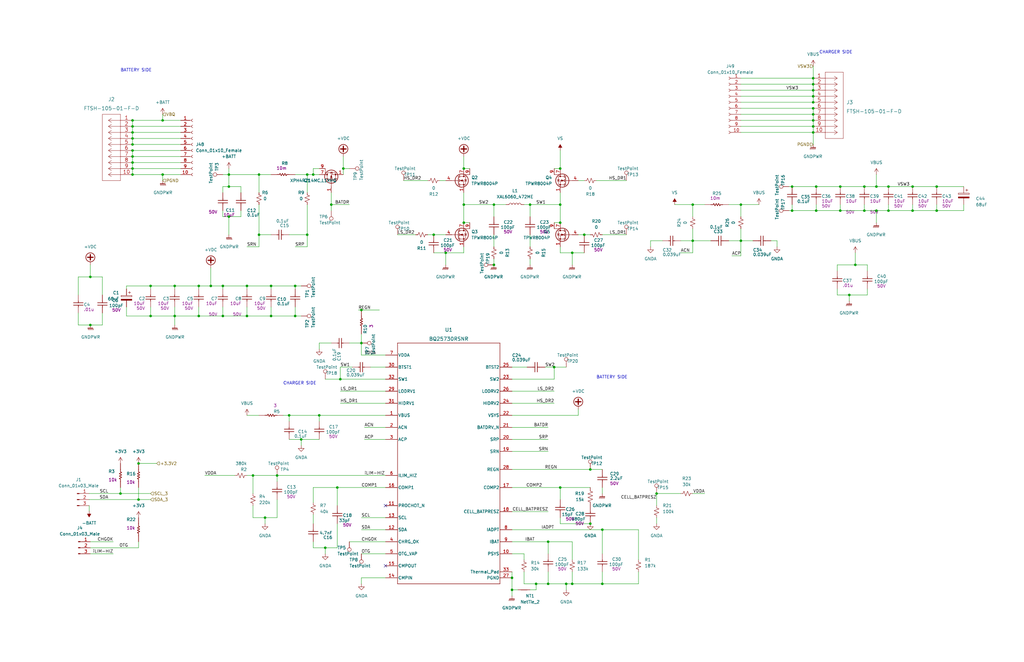
<source format=kicad_sch>
(kicad_sch (version 20230121) (generator eeschema)
  (paper "B")
  (title_block (title "SN-952-A, Charge & Discharge Control") (date "2023-06-28") (rev "PA"))
  (junction (at 248.92 198.12))
  (junction (at 111.76 218.44))
  (junction (at 342.9 48.26))
  (junction (at 109.22 99.06))
  (junction (at 93.98 120.65))
  (junction (at 55.88 58.42))
  (junction (at 134.62 175.26))
  (junction (at 144.78 71.12))
  (junction (at 231.14 246.38))
  (junction (at 231.14 228.6))
  (junction (at 342.9 35.56))
  (junction (at 248.92 220.98))
  (junction (at 63.5 133.35))
  (junction (at 215.9 243.84))
  (junction (at 88.9 120.65))
  (junction (at 55.88 50.8))
  (junction (at 116.84 200.66))
  (junction (at 68.58 50.8))
  (junction (at 139.7 86.36))
  (junction (at 182.88 99.06))
  (junction (at 246.38 99.06))
  (junction (at 55.88 53.34))
  (junction (at 195.58 71.12))
  (junction (at 342.9 50.8))
  (junction (at 344.17 78.74))
  (junction (at 236.22 86.36))
  (junction (at 195.58 86.36))
  (junction (at 127 185.42))
  (junction (at 55.88 73.66))
  (junction (at 369.57 88.9))
  (junction (at 187.96 106.68))
  (junction (at 208.28 111.76))
  (junction (at 55.88 55.88))
  (junction (at 106.68 200.66))
  (junction (at 342.9 55.88))
  (junction (at 374.65 78.74))
  (junction (at 394.97 78.74))
  (junction (at 241.3 106.68))
  (junction (at 276.86 208.28))
  (junction (at 73.66 133.35))
  (junction (at 129.54 99.06))
  (junction (at 342.9 43.18))
  (junction (at 223.52 86.36))
  (junction (at 104.14 120.65))
  (junction (at 96.52 78.74))
  (junction (at 58.42 210.82))
  (junction (at 360.68 111.76))
  (junction (at 73.66 120.65))
  (junction (at 241.3 246.38))
  (junction (at 63.5 120.65))
  (junction (at 96.52 91.44))
  (junction (at 152.4 144.78))
  (junction (at 137.16 231.14))
  (junction (at 114.3 133.35))
  (junction (at 236.22 205.74))
  (junction (at 38.1 137.16))
  (junction (at 342.9 38.1))
  (junction (at 50.8 208.28))
  (junction (at 55.88 63.5))
  (junction (at 236.22 93.98))
  (junction (at 254 246.38))
  (junction (at 334.01 78.74))
  (junction (at 342.9 45.72))
  (junction (at 114.3 120.65))
  (junction (at 238.76 246.38))
  (junction (at 233.68 154.94))
  (junction (at 55.88 71.12))
  (junction (at 226.06 246.38))
  (junction (at 384.81 88.9))
  (junction (at 58.42 195.58))
  (junction (at 384.81 78.74))
  (junction (at 83.82 133.35))
  (junction (at 55.88 68.58))
  (junction (at 83.82 120.65))
  (junction (at 109.22 73.66))
  (junction (at 344.17 88.9))
  (junction (at 312.42 86.36))
  (junction (at 354.33 78.74))
  (junction (at 124.46 120.65))
  (junction (at 208.28 86.36))
  (junction (at 394.97 88.9))
  (junction (at 195.58 93.98))
  (junction (at 132.08 73.66))
  (junction (at 236.22 71.12))
  (junction (at 96.52 73.66))
  (junction (at 342.9 40.64))
  (junction (at 142.24 205.74))
  (junction (at 358.14 124.46))
  (junction (at 374.65 88.9))
  (junction (at 93.98 133.35))
  (junction (at 364.49 78.74))
  (junction (at 152.4 130.81))
  (junction (at 369.57 78.74))
  (junction (at 68.58 73.66))
  (junction (at 334.01 88.9))
  (junction (at 364.49 88.9))
  (junction (at 38.1 116.84))
  (junction (at 292.1 101.6))
  (junction (at 215.9 248.92))
  (junction (at 354.33 88.9))
  (junction (at 312.42 101.6))
  (junction (at 124.46 133.35))
  (junction (at 143.51 160.02))
  (junction (at 292.1 86.36))
  (junction (at 55.88 66.04))
  (junction (at 254 223.52))
  (junction (at 342.9 33.02))
  (junction (at 342.9 53.34))
  (junction (at 129.54 73.66))
  (junction (at 104.14 133.35))
  (junction (at 55.88 60.96))
  (junction (at 121.92 175.26))
  (no_connect (at 162.56 213.36))
  (no_connect (at 162.56 238.76))
  (wire (pts (xy 58.42 210.82) (xy 63.5 210.82)))
  (wire (pts (xy 93.98 129.54) (xy 93.98 133.35)))
  (wire (pts (xy 269.24 223.52) (xy 269.24 236.22)))
  (wire (pts (xy 37.592 208.28) (xy 50.8 208.28)))
  (wire (pts (xy 127 187.96) (xy 127 185.42)))
  (wire (pts (xy 134.62 144.78) (xy 134.62 147.32)))
  (wire (pts (xy 127 133.35) (xy 124.46 133.35)))
  (wire (pts (xy 332.74 78.74) (xy 334.01 78.74)))
  (wire (pts (xy 109.22 99.06) (xy 109.22 104.14)))
  (wire (pts (xy 312.42 50.8) (xy 342.9 50.8)))
  (wire (pts (xy 43.18 124.46) (xy 43.18 116.84)))
  (wire (pts (xy 358.14 127) (xy 358.14 124.46)))
  (wire (pts (xy 187.96 106.68) (xy 187.96 111.76)))
  (wire (pts (xy 220.98 241.3) (xy 220.98 246.38)))
  (wire (pts (xy 208.28 86.36) (xy 208.28 91.44)))
  (wire (pts (xy 124.46 73.66) (xy 129.54 73.66)))
  (wire (pts (xy 144.78 71.12) (xy 144.78 73.66)))
  (wire (pts (xy 364.49 88.9) (xy 369.57 88.9)))
  (wire (pts (xy 83.82 133.35) (xy 73.66 133.35)))
  (wire (pts (xy 287.02 101.6) (xy 292.1 101.6)))
  (wire (pts (xy 374.65 88.9) (xy 384.81 88.9)))
  (wire (pts (xy 139.7 144.78) (xy 134.62 144.78)))
  (wire (pts (xy 143.51 170.18) (xy 162.56 170.18)))
  (wire (pts (xy 55.88 50.8) (xy 55.88 53.34)))
  (wire (pts (xy 195.58 86.36) (xy 195.58 93.98)))
  (wire (pts (xy 152.4 243.84) (xy 152.4 246.38)))
  (wire (pts (xy 231.14 246.38) (xy 231.14 241.3)))
  (wire (pts (xy 127 120.65) (xy 124.46 120.65)))
  (wire (pts (xy 364.49 88.9) (xy 364.49 86.36)))
  (wire (pts (xy 394.97 88.9) (xy 394.97 86.36)))
  (wire (pts (xy 76.2 60.96) (xy 55.88 60.96)))
  (wire (pts (xy 312.42 38.1) (xy 342.9 38.1)))
  (wire (pts (xy 365.76 111.76) (xy 360.68 111.76)))
  (wire (pts (xy 236.22 205.74) (xy 248.92 205.74)))
  (wire (pts (xy 132.08 231.14) (xy 137.16 231.14)))
  (wire (pts (xy 195.58 104.14) (xy 195.58 106.68)))
  (wire (pts (xy 88.9 113.03) (xy 88.9 120.65)))
  (wire (pts (xy 37.592 215.646) (xy 37.592 213.36)))
  (wire (pts (xy 312.42 45.72) (xy 342.9 45.72)))
  (wire (pts (xy 233.68 93.98) (xy 236.22 93.98)))
  (wire (pts (xy 43.18 116.84) (xy 38.1 116.84)))
  (wire (pts (xy 248.92 99.06) (xy 246.38 99.06)))
  (wire (pts (xy 215.9 248.92) (xy 215.9 251.46)))
  (wire (pts (xy 106.68 213.36) (xy 106.68 218.44)))
  (wire (pts (xy 143.51 160.02) (xy 162.56 160.02)))
  (wire (pts (xy 312.42 40.64) (xy 342.9 40.64)))
  (wire (pts (xy 233.68 170.18) (xy 215.9 170.18)))
  (wire (pts (xy 254 246.38) (xy 241.3 246.38)))
  (wire (pts (xy 76.2 53.34) (xy 55.88 53.34)))
  (wire (pts (xy 134.62 71.12) (xy 132.08 71.12)))
  (wire (pts (xy 233.68 154.94) (xy 238.76 154.94)))
  (wire (pts (xy 170.18 76.2) (xy 180.34 76.2)))
  (wire (pts (xy 312.42 86.36) (xy 320.04 86.36)))
  (wire (pts (xy 129.54 73.66) (xy 129.54 81.28)))
  (wire (pts (xy 73.66 137.16) (xy 73.66 133.35)))
  (wire (pts (xy 83.82 120.65) (xy 88.9 120.65)))
  (wire (pts (xy 264.16 99.06) (xy 254 99.06)))
  (wire (pts (xy 220.98 246.38) (xy 226.06 246.38)))
  (wire (pts (xy 236.22 104.14) (xy 236.22 106.68)))
  (wire (pts (xy 208.28 99.06) (xy 208.28 104.14)))
  (wire (pts (xy 344.17 88.9) (xy 344.17 86.36)))
  (wire (pts (xy 334.01 88.9) (xy 344.17 88.9)))
  (wire (pts (xy 83.82 129.54) (xy 83.82 133.35)))
  (wire (pts (xy 137.16 160.02) (xy 143.51 160.02)))
  (wire (pts (xy 292.1 101.6) (xy 299.72 101.6)))
  (wire (pts (xy 384.81 88.9) (xy 394.97 88.9)))
  (wire (pts (xy 226.06 246.38) (xy 231.14 246.38)))
  (wire (pts (xy 38.1 228.6) (xy 47.752 228.6)))
  (wire (pts (xy 116.84 200.66) (xy 116.84 203.2)))
  (wire (pts (xy 292.1 101.6) (xy 292.1 106.68)))
  (wire (pts (xy 55.88 53.34) (xy 55.88 55.88)))
  (wire (pts (xy 63.5 120.65) (xy 63.5 121.92)))
  (wire (pts (xy 215.9 205.74) (xy 236.22 205.74)))
  (wire (pts (xy 50.8 205.74) (xy 50.8 208.28)))
  (wire (pts (xy 101.6 88.9) (xy 101.6 91.44)))
  (wire (pts (xy 55.88 66.04) (xy 55.88 68.58)))
  (wire (pts (xy 246.38 99.06) (xy 243.84 99.06)))
  (wire (pts (xy 292.1 96.52) (xy 292.1 101.6)))
  (wire (pts (xy 147.32 86.36) (xy 139.7 86.36)))
  (wire (pts (xy 274.32 104.14) (xy 274.32 101.6)))
  (wire (pts (xy 132.08 205.74) (xy 142.24 205.74)))
  (wire (pts (xy 236.22 86.36) (xy 236.22 81.28)))
  (wire (pts (xy 236.22 86.36) (xy 236.22 93.98)))
  (wire (pts (xy 264.16 76.2) (xy 251.46 76.2)))
  (wire (pts (xy 68.58 73.66) (xy 76.2 73.66)))
  (wire (pts (xy 68.58 50.8) (xy 68.58 48.26)))
  (wire (pts (xy 114.3 120.65) (xy 114.3 121.92)))
  (wire (pts (xy 53.34 133.35) (xy 53.34 129.54)))
  (wire (pts (xy 93.98 91.44) (xy 93.98 88.9)))
  (wire (pts (xy 241.3 106.68) (xy 241.3 111.76)))
  (wire (pts (xy 215.9 228.6) (xy 231.14 228.6)))
  (wire (pts (xy 152.4 149.86) (xy 162.56 149.86)))
  (wire (pts (xy 109.22 73.66) (xy 109.22 81.28)))
  (wire (pts (xy 104.14 175.26) (xy 109.22 175.26)))
  (wire (pts (xy 96.52 91.44) (xy 93.98 91.44)))
  (wire (pts (xy 269.24 223.52) (xy 254 223.52)))
  (wire (pts (xy 208.28 86.36) (xy 195.58 86.36)))
  (wire (pts (xy 114.3 120.65) (xy 104.14 120.65)))
  (wire (pts (xy 114.3 99.06) (xy 109.22 99.06)))
  (wire (pts (xy 153.67 180.34) (xy 162.56 180.34)))
  (wire (pts (xy 215.9 175.26) (xy 243.84 175.26)))
  (wire (pts (xy 353.06 111.76) (xy 360.68 111.76)))
  (wire (pts (xy 274.32 101.6) (xy 279.4 101.6)))
  (wire (pts (xy 353.06 124.46) (xy 353.06 121.92)))
  (wire (pts (xy 121.92 175.26) (xy 134.62 175.26)))
  (wire (pts (xy 312.42 35.56) (xy 342.9 35.56)))
  (wire (pts (xy 215.9 241.3) (xy 215.9 243.84)))
  (wire (pts (xy 76.2 71.12) (xy 55.88 71.12)))
  (wire (pts (xy 342.9 55.88) (xy 342.9 60.96)))
  (wire (pts (xy 38.1 137.16) (xy 33.02 137.16)))
  (wire (pts (xy 53.34 120.65) (xy 53.34 121.92)))
  (wire (pts (xy 342.9 50.8) (xy 342.9 53.34)))
  (wire (pts (xy 342.9 48.26) (xy 342.9 50.8)))
  (wire (pts (xy 63.5 133.35) (xy 53.34 133.35)))
  (wire (pts (xy 106.68 200.66) (xy 116.84 200.66)))
  (wire (pts (xy 374.65 78.74) (xy 384.81 78.74)))
  (wire (pts (xy 344.17 78.74) (xy 354.33 78.74)))
  (wire (pts (xy 55.88 58.42) (xy 55.88 60.96)))
  (wire (pts (xy 50.8 208.28) (xy 63.5 208.28)))
  (wire (pts (xy 182.88 99.06) (xy 187.96 99.06)))
  (wire (pts (xy 127 185.42) (xy 121.92 185.42)))
  (wire (pts (xy 88.9 120.65) (xy 93.98 120.65)))
  (wire (pts (xy 153.67 185.42) (xy 162.56 185.42)))
  (wire (pts (xy 76.2 55.88) (xy 55.88 55.88)))
  (wire (pts (xy 83.82 120.65) (xy 83.82 121.92)))
  (wire (pts (xy 101.6 91.44) (xy 96.52 91.44)))
  (wire (pts (xy 254 241.3) (xy 254 246.38)))
  (wire (pts (xy 241.3 228.6) (xy 231.14 228.6)))
  (wire (pts (xy 236.22 63.5) (xy 236.22 71.12)))
  (wire (pts (xy 93.98 120.65) (xy 93.98 121.92)))
  (wire (pts (xy 342.9 35.56) (xy 342.9 38.1)))
  (wire (pts (xy 106.68 200.66) (xy 106.68 208.28)))
  (wire (pts (xy 152.4 223.52) (xy 162.56 223.52)))
  (wire (pts (xy 195.58 106.68) (xy 187.96 106.68)))
  (wire (pts (xy 124.46 129.54) (xy 124.46 133.35)))
  (wire (pts (xy 213.36 86.36) (xy 208.28 86.36)))
  (wire (pts (xy 223.52 99.06) (xy 223.52 104.14)))
  (wire (pts (xy 241.3 241.3) (xy 241.3 246.38)))
  (wire (pts (xy 96.52 73.66) (xy 96.52 78.74)))
  (wire (pts (xy 124.46 120.65) (xy 114.3 120.65)))
  (wire (pts (xy 33.02 137.16) (xy 33.02 132.08)))
  (wire (pts (xy 243.84 172.72) (xy 243.84 175.26)))
  (wire (pts (xy 332.74 88.9) (xy 334.01 88.9)))
  (wire (pts (xy 334.01 78.74) (xy 344.17 78.74)))
  (wire (pts (xy 109.22 86.36) (xy 109.22 99.06)))
  (wire (pts (xy 292.1 208.28) (xy 297.18 208.28)))
  (wire (pts (xy 222.25 154.94) (xy 215.9 154.94)))
  (wire (pts (xy 312.42 53.34) (xy 342.9 53.34)))
  (wire (pts (xy 374.65 88.9) (xy 374.65 86.36)))
  (wire (pts (xy 365.76 114.3) (xy 365.76 111.76)))
  (wire (pts (xy 167.64 99.06) (xy 175.26 99.06)))
  (wire (pts (xy 156.21 154.94) (xy 162.56 154.94)))
  (wire (pts (xy 76.2 66.04) (xy 55.88 66.04)))
  (wire (pts (xy 55.88 63.5) (xy 55.88 66.04)))
  (wire (pts (xy 284.48 86.36) (xy 292.1 86.36)))
  (wire (pts (xy 114.3 129.54) (xy 114.3 133.35)))
  (wire (pts (xy 38.1 116.84) (xy 33.02 116.84)))
  (wire (pts (xy 104.14 133.35) (xy 93.98 133.35)))
  (wire (pts (xy 241.3 106.68) (xy 246.38 106.68)))
  (wire (pts (xy 187.96 106.68) (xy 182.88 106.68)))
  (wire (pts (xy 134.62 175.26) (xy 162.56 175.26)))
  (wire (pts (xy 129.54 86.36) (xy 129.54 99.06)))
  (wire (pts (xy 104.14 200.66) (xy 106.68 200.66)))
  (wire (pts (xy 73.66 133.35) (xy 63.5 133.35)))
  (wire (pts (xy 384.81 88.9) (xy 384.81 86.36)))
  (wire (pts (xy 233.68 154.94) (xy 229.87 154.94)))
  (wire (pts (xy 96.52 71.12) (xy 96.52 73.66)))
  (wire (pts (xy 312.42 48.26) (xy 342.9 48.26)))
  (wire (pts (xy 342.9 33.02) (xy 342.9 27.94)))
  (wire (pts (xy 308.61 107.95) (xy 312.42 107.95)))
  (wire (pts (xy 68.58 73.66) (xy 68.58 76.2)))
  (wire (pts (xy 233.68 160.02) (xy 233.68 154.94)))
  (wire (pts (xy 38.1 231.14) (xy 58.42 231.14)))
  (wire (pts (xy 195.58 93.98) (xy 198.12 93.98)))
  (wire (pts (xy 364.49 78.74) (xy 369.57 78.74)))
  (wire (pts (xy 129.54 73.66) (xy 132.08 73.66)))
  (wire (pts (xy 187.96 76.2) (xy 185.42 76.2)))
  (wire (pts (xy 96.52 91.44) (xy 96.52 99.06)))
  (wire (pts (xy 276.86 208.28) (xy 287.02 208.28)))
  (wire (pts (xy 55.88 55.88) (xy 55.88 58.42)))
  (wire (pts (xy 142.24 205.74) (xy 142.24 213.36)))
  (wire (pts (xy 215.9 160.02) (xy 233.68 160.02)))
  (wire (pts (xy 132.08 73.66) (xy 134.62 73.66)))
  (wire (pts (xy 394.97 78.74) (xy 406.4 78.74)))
  (wire (pts (xy 73.66 120.65) (xy 63.5 120.65)))
  (wire (pts (xy 215.9 198.12) (xy 248.92 198.12)))
  (wire (pts (xy 276.86 208.28) (xy 276.86 213.36)))
  (wire (pts (xy 384.81 78.74) (xy 394.97 78.74)))
  (wire (pts (xy 152.4 130.81) (xy 160.02 130.81)))
  (wire (pts (xy 236.22 218.44) (xy 236.22 220.98)))
  (wire (pts (xy 254 205.74) (xy 254 208.28)))
  (wire (pts (xy 317.5 101.6) (xy 312.42 101.6)))
  (wire (pts (xy 307.34 86.36) (xy 312.42 86.36)))
  (wire (pts (xy 137.16 231.14) (xy 142.24 231.14)))
  (wire (pts (xy 58.42 195.58) (xy 66.04 195.58)))
  (wire (pts (xy 73.66 129.54) (xy 73.66 133.35)))
  (wire (pts (xy 58.42 205.74) (xy 58.42 210.82)))
  (wire (pts (xy 151.13 130.81) (xy 152.4 130.81)))
  (wire (pts (xy 47.752 233.68) (xy 38.1 233.68)))
  (wire (pts (xy 137.16 231.14) (xy 137.16 233.68)))
  (wire (pts (xy 139.7 81.28) (xy 139.7 86.36)))
  (wire (pts (xy 127 185.42) (xy 134.62 185.42)))
  (wire (pts (xy 312.42 55.88) (xy 342.9 55.88)))
  (wire (pts (xy 143.51 160.02) (xy 143.51 154.94)))
  (wire (pts (xy 55.88 71.12) (xy 55.88 73.66)))
  (wire (pts (xy 354.33 78.74) (xy 364.49 78.74)))
  (wire (pts (xy 342.9 40.64) (xy 342.9 43.18)))
  (wire (pts (xy 76.2 68.58) (xy 55.88 68.58)))
  (wire (pts (xy 223.52 86.36) (xy 223.52 91.44)))
  (wire (pts (xy 63.5 129.54) (xy 63.5 133.35)))
  (wire (pts (xy 241.3 228.6) (xy 241.3 236.22)))
  (wire (pts (xy 101.6 78.74) (xy 101.6 81.28)))
  (wire (pts (xy 104.14 120.65) (xy 93.98 120.65)))
  (wire (pts (xy 86.36 200.66) (xy 99.06 200.66)))
  (wire (pts (xy 111.76 218.44) (xy 116.84 218.44)))
  (wire (pts (xy 152.4 144.78) (xy 152.4 149.86)))
  (wire (pts (xy 195.58 71.12) (xy 195.58 66.04)))
  (wire (pts (xy 334.01 88.9) (xy 334.01 86.36)))
  (wire (pts (xy 132.08 212.09) (xy 132.08 205.74)))
  (wire (pts (xy 93.98 78.74) (xy 96.52 78.74)))
  (wire (pts (xy 104.14 104.14) (xy 109.22 104.14)))
  (wire (pts (xy 152.4 218.44) (xy 162.56 218.44)))
  (wire (pts (xy 292.1 106.68) (xy 287.02 106.68)))
  (wire (pts (xy 236.22 106.68) (xy 241.3 106.68)))
  (wire (pts (xy 132.08 71.12) (xy 132.08 73.66)))
  (wire (pts (xy 129.54 99.06) (xy 129.54 104.14)))
  (wire (pts (xy 152.4 140.97) (xy 152.4 144.78)))
  (wire (pts (xy 307.34 101.6) (xy 312.42 101.6)))
  (wire (pts (xy 312.42 101.6) (xy 312.42 107.95)))
  (wire (pts (xy 147.32 228.6) (xy 162.56 228.6)))
  (wire (pts (xy 132.08 228.6) (xy 132.08 231.14)))
  (wire (pts (xy 106.68 218.44) (xy 111.76 218.44)))
  (wire (pts (xy 312.42 96.52) (xy 312.42 101.6)))
  (wire (pts (xy 233.68 71.12) (xy 236.22 71.12)))
  (wire (pts (xy 114.3 133.35) (xy 104.14 133.35)))
  (wire (pts (xy 220.98 86.36) (xy 223.52 86.36)))
  (wire (pts (xy 152.4 233.68) (xy 162.56 233.68)))
  (wire (pts (xy 342.9 38.1) (xy 342.9 40.64)))
  (wire (pts (xy 327.66 101.6) (xy 325.12 101.6)))
  (wire (pts (xy 124.46 120.65) (xy 124.46 121.92)))
  (wire (pts (xy 369.57 88.9) (xy 369.57 93.98)))
  (wire (pts (xy 195.58 71.12) (xy 198.12 71.12)))
  (wire (pts (xy 68.58 73.66) (xy 55.88 73.66)))
  (wire (pts (xy 342.9 33.02) (xy 342.9 35.56)))
  (wire (pts (xy 220.98 233.68) (xy 215.9 233.68)))
  (wire (pts (xy 96.52 73.66) (xy 109.22 73.66)))
  (wire (pts (xy 96.52 78.74) (xy 101.6 78.74)))
  (wire (pts (xy 231.14 190.5) (xy 215.9 190.5)))
  (wire (pts (xy 132.08 220.98) (xy 132.08 217.17)))
  (wire (pts (xy 124.46 104.14) (xy 129.54 104.14)))
  (wire (pts (xy 231.14 180.34) (xy 215.9 180.34)))
  (wire (pts (xy 327.66 104.14) (xy 327.66 101.6)))
  (wire (pts (xy 134.62 175.26) (xy 134.62 177.8)))
  (wire (pts (xy 236.22 205.74) (xy 236.22 210.82)))
  (wire (pts (xy 231.14 215.9) (xy 215.9 215.9)))
  (wire (pts (xy 144.78 66.04) (xy 144.78 71.12)))
  (wire (pts (xy 68.58 50.8) (xy 55.88 50.8)))
  (wire (pts (xy 195.58 86.36) (xy 195.58 81.28)))
  (wire (pts (xy 96.52 73.66) (xy 93.98 73.66)))
  (wire (pts (xy 93.98 133.35) (xy 83.82 133.35)))
  (wire (pts (xy 344.17 88.9) (xy 354.33 88.9)))
  (wire (pts (xy 142.24 220.98) (xy 142.24 231.14)))
  (wire (pts (xy 121.92 99.06) (xy 129.54 99.06)))
  (wire (pts (xy 143.51 165.1) (xy 162.56 165.1)))
  (wire (pts (xy 241.3 246.38) (xy 238.76 246.38)))
  (wire (pts (xy 312.42 33.02) (xy 342.9 33.02)))
  (wire (pts (xy 220.98 236.22) (xy 220.98 233.68)))
  (wire (pts (xy 43.18 137.16) (xy 38.1 137.16)))
  (wire (pts (xy 233.68 165.1) (xy 215.9 165.1)))
  (wire (pts (xy 111.76 218.44) (xy 111.76 220.98)))
  (wire (pts (xy 360.68 106.68) (xy 360.68 111.76)))
  (wire (pts (xy 353.06 114.3) (xy 353.06 111.76)))
  (wire (pts (xy 104.14 129.54) (xy 104.14 133.35)))
  (wire (pts (xy 254 246.38) (xy 269.24 246.38)))
  (wire (pts (xy 269.24 241.3) (xy 269.24 246.38)))
  (wire (pts (xy 236.22 220.98) (xy 248.92 220.98)))
  (wire (pts (xy 124.46 133.35) (xy 114.3 133.35)))
  (wire (pts (xy 238.76 246.38) (xy 231.14 246.38)))
  (wire (pts (xy 297.18 86.36) (xy 292.1 86.36)))
  (wire (pts (xy 215.9 223.52) (xy 254 223.52)))
  (wire (pts (xy 83.82 120.65) (xy 73.66 120.65)))
  (wire (pts (xy 147.32 71.12) (xy 144.78 71.12)))
  (wire (pts (xy 354.33 88.9) (xy 364.49 88.9)))
  (wire (pts (xy 68.58 50.8) (xy 76.2 50.8)))
  (wire (pts (xy 226.06 246.38) (xy 226.06 248.92)))
  (wire (pts (xy 406.4 88.9) (xy 406.4 86.36)))
  (wire (pts (xy 76.2 63.5) (xy 55.88 63.5)))
  (wire (pts (xy 147.32 144.78) (xy 152.4 144.78)))
  (wire (pts (xy 231.14 233.68) (xy 231.14 228.6)))
  (wire (pts (xy 312.42 86.36) (xy 312.42 91.44)))
  (wire (pts (xy 139.7 88.9) (xy 139.7 86.36)))
  (wire (pts (xy 394.97 88.9) (xy 406.4 88.9)))
  (wire (pts (xy 358.14 124.46) (xy 365.76 124.46)))
  (wire (pts (xy 369.57 73.66) (xy 369.57 78.74)))
  (wire (pts (xy 358.14 124.46) (xy 353.06 124.46)))
  (wire (pts (xy 37.592 210.82) (xy 58.42 210.82)))
  (wire (pts (xy 73.66 120.65) (xy 73.66 121.92)))
  (wire (pts (xy 223.52 86.36) (xy 236.22 86.36)))
  (wire (pts (xy 342.9 45.72) (xy 342.9 48.26)))
  (wire (pts (xy 109.22 73.66) (xy 114.3 73.66)))
  (wire (pts (xy 292.1 86.36) (xy 292.1 91.44)))
  (wire (pts (xy 93.98 78.74) (xy 93.98 81.28)))
  (wire (pts (xy 276.86 218.44) (xy 276.86 220.98)))
  (wire (pts (xy 369.57 78.74) (xy 374.65 78.74)))
  (wire (pts (xy 254 223.52) (xy 254 233.68)))
  (wire (pts (xy 215.9 248.92) (xy 218.44 248.92)))
  (wire (pts (xy 238.76 246.38) (xy 238.76 248.92)))
  (wire (pts (xy 208.28 111.76) (xy 208.28 109.22)))
  (wire (pts (xy 231.14 185.42) (xy 215.9 185.42)))
  (wire (pts (xy 223.52 111.76) (xy 223.52 109.22)))
  (wire (pts (xy 342.9 53.34) (xy 342.9 55.88)))
  (wire (pts (xy 248.92 198.12) (xy 254 198.12)))
  (wire (pts (xy 223.52 248.92) (xy 226.06 248.92)))
  (wire (pts (xy 58.42 231.14) (xy 58.42 228.6)))
  (wire (pts (xy 312.42 43.18) (xy 342.9 43.18)))
  (wire (pts (xy 121.92 177.8) (xy 121.92 175.26)))
  (wire (pts (xy 162.56 243.84) (xy 152.4 243.84)))
  (wire (pts (xy 365.76 121.92) (xy 365.76 124.46)))
  (wire (pts (xy 182.88 99.06) (xy 180.34 99.06)))
  (wire (pts (xy 76.2 58.42) (xy 55.88 58.42)))
  (wire (pts (xy 142.24 205.74) (xy 162.56 205.74)))
  (wire (pts (xy 33.02 116.84) (xy 33.02 124.46)))
  (wire (pts (xy 246.38 76.2) (xy 243.84 76.2)))
  (wire (pts (xy 116.84 218.44) (xy 116.84 210.82)))
  (wire (pts (xy 63.5 120.65) (xy 53.34 120.65)))
  (wire (pts (xy 55.88 68.58) (xy 55.88 71.12)))
  (wire (pts (xy 369.57 88.9) (xy 374.65 88.9)))
  (wire (pts (xy 38.1 111.76) (xy 38.1 116.84)))
  (wire (pts (xy 104.14 120.65) (xy 104.14 121.92)))
  (wire (pts (xy 43.18 132.08) (xy 43.18 137.16)))
  (wire (pts (xy 116.84 200.66) (xy 162.56 200.66)))
  (wire (pts (xy 215.9 243.84) (xy 215.9 248.92)))
  (wire (pts (xy 354.33 88.9) (xy 354.33 86.36)))
  (wire (pts (xy 143.51 154.94) (xy 148.59 154.94)))
  (wire (pts (xy 119.38 175.26) (xy 121.92 175.26)))
  (text "CHARGER SIDE\n" (at 119.38 162.56 0) (effects (font (size 1.27 1.27)) (justify left bottom)))
  (text "BATTERY SIDE\n" (at 50.8 30.48 0) (effects (font (size 1.27 1.27)) (justify left bottom)))
  (text "BATTERY SIDE\n" (at 251.46 160.02 0) (effects (font (size 1.27 1.27)) (justify left bottom)))
  (text "CHARGER SIDE\n" (at 345.44 22.86 0) (effects (font (size 1.27 1.27)) (justify left bottom)))
  (label "LS_DR1" (at 264.16 99.06 180))
  (label "SRN" (at 104.14 104.14 0))
  (label "HS_DR1" (at 143.51 170.18 0))
  (label "SRP" (at 124.46 104.14 0))
  (label "iLIM-HIZ" (at 47.752 233.68 180))
  (label "VDDA" (at 297.18 208.28 180))
  (label "SRN" (at 231.14 190.5 180))
  (label "IBAT" (at 225.5173 228.6 180))
  (label "ACN" (at 153.67 180.34 0))
  (label "HS_DR1" (at 264.16 76.2 180))
  (label "VSW3" (at 331.5155 38.1 0))
  (label "HS_DR2" (at 233.68 170.18 180))
  (label "VDDA" (at 86.36 200.66 0))
  (label "ACP" (at 308.61 107.95 0))
  (label "iLIM-HIZ" (at 153.67 200.66 0))
  (label "REGN" (at 234.95 198.12 180))
  (label "VDDA" (at 153.67 149.86 0))
  (label "SCL" (at 152.4 218.44 0))
  (label "BATDR" (at 147.32 86.36 180))
  (label "SW2" (at 201.93 86.36 0))
  (label "LS_DR1" (at 143.51 165.1 0))
  (label "ACN" (at 287.02 106.68 0))
  (label "OTG" (at 50.292 231.14 0))
  (label "SCL" (at 45.72 208.28 180))
  (label "CELL_BATPRESZ" (at 231.14 215.9 180))
  (label "IADPT" (at 233.68 223.52 180))
  (label "SW2" (at 229.87 154.94 0))
  (label "COMP1" (at 152.4 205.74 0))
  (label "ACP" (at 153.67 185.42 0))
  (label "COMP2" (at 228.6 205.74 180))
  (label "HS_DR2" (at 170.18 76.2 0))
  (label "CHGOK" (at 47.752 228.6 180))
  (label "SDA" (at 45.72 210.82 180))
  (label "SW1" (at 143.51 154.94 0))
  (label "CHGOK" (at 152.4 228.6 0))
  (label "LS_DR2" (at 233.68 165.1 180))
  (label "VSW3" (at 378.46 78.74 0))
  (label "OTG" (at 152.4 233.68 0))
  (label "SDA" (at 152.4 223.52 0))
  (label "SW1" (at 226.06 86.36 0))
  (label "BATDR" (at 231.14 180.34 180))
  (label "LS_DR2" (at 167.64 99.06 0))
  (label "SRP" (at 231.14 185.42 180))
  (label "CELL_BATPRESZ" (at 276.86 210.82 180))
  (label "REGN" (at 151.13 130.81 0))
  (hierarchical_label "PGND" (shape input) (at 342.9 60.96 180))
  (hierarchical_label "SDA_3" (shape input) (at 63.5 210.82 0))
  (hierarchical_label "SCL_3" (shape input) (at 63.5 208.28 0))
  (hierarchical_label "PGND" (shape input) (at 68.58 76.2 0))
  (hierarchical_label "VSW3" (shape input) (at 342.9 27.94 180))
  (hierarchical_label "VBQ" (shape input) (at 68.58 48.26 0))
  (hierarchical_label "+3.3V2" (shape input) (at 66.04 195.58 0))
  (symbol (lib_id "BCU_AltiumImport-altium-import:0_Cap") (at 254 233.68 0) (unit 1)
    (property "Reference" "C30" (at 258.064 236.728 0) (effects (justify left bottom)))
    (property "Value" "100pF" (at 256.794 238.887 0) (effects (justify left bottom)))
    (property "Footprint" "Capacitor_SMD:C_0402_1005Metric" (effects hide))
    (property "CAPACITANCE" "220pF" (effects hide))
    (property "VOLTAGE" "50V" (at 258.064 240.792 0) (effects (justify left bottom)))
    (property "IDENTIFIER" "220pF 50V +/-5% 0603 COG" (effects hide))
    (property "MOUNTING TECHNOLOGY" "SMT" (effects hide))
    (property "ROHS" "YES" (effects hide))
    (property "MFG" "Murata Electronics" (effects hide))
    (property "Part Name" "GRT1555C1H101JA02D" (effects hide))
  )
  (symbol (lib_id "BCU_AltiumImport-altium-import:0_Cap") (at 147.32 144.78 270) (mirror x) (unit 1)
    (property "Reference" "C19" (at 142.24 152.4 0) (effects (justify left bottom)))
    (property "Value" "0.1uF" (at 140.335 152.4 0) (effects (justify left bottom)))
    (property "Footprint" "Capacitor_SMD:C_0402_1005Metric" (effects hide))
    (property "MANUFACTURER" "TDK" (effects hide))
    (property "TOLERANCE" "+/-20%" (effects hide))
    (property "MOUNTING TECHNOLOGY" "SMT" (effects hide))
    (property "MFG" "Murata Electronics" (effects hide))
    (property "Part Name" "GRM155R61H104ME14J" (effects hide))
    (property "MFG 2" "Yageo" (effects hide))
    (property "Part Name 2" "CC0402KRX5R9BB104" (effects hide))
  )
  (symbol (lib_id "Device:R_Small_US") (at 177.8 99.06 270) (unit 1)
    (property "Reference" "R11" (at 177.8 104.775 90))
    (property "Value" "0" (at 177.8 102.235 90))
    (property "Footprint" "Resistor_SMD:R_0402_1005Metric" (effects hide))
    (property "MANUFACTURER" "YAGEO" (effects hide))
    (property "Part Name" "RC0402JR-130RL" (effects hide))
  )
  (symbol (lib_id "power:GNDA") (at 134.62 147.32 0) (unit 1)
    (property "Reference" "#PWR0107" (effects hide))
    (property "Value" "GNDA" (at 134.62 152.4 0))
  )
  (symbol (lib_id "Connector:TestPoint") (at 116.84 200.66 0) (unit 1)
    (property "Reference" "TP4" (at 121.92 198.12 0) (effects (justify right)))
    (property "Value" "TestPoint" (at 121.92 195.58 0) (effects (justify right)))
    (property "Footprint" "TestPoint:TestPoint_Keystone_5019_Minature" (effects hide))
  )
  (symbol (lib_id "Connector:Conn_01x10_Female") (at 81.28 60.96 0) (unit 1)
    (property "Reference" "J48" (at 82.55 60.9599 0) (effects (justify left)))
    (property "Value" "Conn_01x10_Female" (at 82.55 63.4999 0) (effects (justify left)))
    (property "Footprint" "Connector_Samtec:CLP-105-02-L-D" (effects hide))
    (property "MFG" "Samtec" (effects hide))
    (property "Part Name" "CLP-105-02-L-D" (effects hide))
  )
  (symbol (lib_id "BCU_AltiumImport-altium-import:0_RES") (at 50.8 195.58 270) (unit 1)
    (property "Reference" "R3" (at 45.72 199.644 90) (effects (justify left bottom)))
    (property "Value" "10k" (effects hide))
    (property "Footprint" "Resistor_SMD:R_0402_1005Metric" (effects hide))
    (property "RESISTANCE" "10k" (at 45.72 203.2 90) (effects (justify left bottom)))
    (property "FILM TYPE" "THIN" (effects hide))
    (property "MOUNTING TECHNOLOGY" "SMT" (effects hide))
    (property "Part Name" "RT0402DRE0710KL" (effects hide))
  )
  (symbol (lib_id "power:+VDC") (at 88.9 113.03 0) (mirror y) (unit 1)
    (property "Reference" "#PWR0116" (effects hide))
    (property "Value" "+VDC" (at 88.9 105.41 0))
  )
  (symbol (lib_id "BCU_AltiumImport-altium-import:0_Cap") (at 236.22 210.82 0) (unit 1)
    (property "Reference" "C26" (at 238.506 215.646 0) (effects (justify left bottom)))
    (property "Value" "15pF" (at 236.855 217.805 0) (effects (justify left bottom)))
    (property "Footprint" "Capacitor_SMD:C_0402_1005Metric" (effects hide))
    (property "VOLTAGE" "50V" (at 238.506 219.71 0) (effects (justify left bottom)))
    (property "MFG" "Murata Electronics" (effects hide))
    (property "Part Name" "GRM1555C1H150FA01D" (effects hide))
  )
  (symbol (lib_id "BCU_AltiumImport-altium-import:0_Cap") (at 104.14 121.92 0) (mirror y) (unit 1)
    (property "Reference" "C8" (at 101.854 126.746 0) (effects (justify left bottom)))
    (property "Value" "10uF" (effects hide))
    (property "Footprint" "Capacitor_SMD:C_1206_3216Metric" (effects hide))
    (property "MANUFACTURER PARTNO" "C3216JB1H106K160AB" (effects hide))
    (property "DIELECTRIC" "X7R" (effects hide))
    (property "CAPACITANCE" "10uF" (at 101.854 128.778 0) (effects (justify left bottom)))
    (property "VOLTAGE" "50V" (at 101.854 133.35 0) (effects (justify left bottom)))
    (property "IDENTIFIER" "10uF 50V +/-10% 1206" (effects hide))
    (property "MANUFACTURER" "TDK" (effects hide))
    (property "TOLERANCE" "20%" (effects hide))
    (property "PACKAGE" "1206" (effects hide))
    (property "MFG" "TDK" (effects hide))
    (property "Part Name" "C3216JB1H106K160AB" (effects hide))
  )
  (symbol (lib_id "BCU_AltiumImport-altium-import:0_Cap") (at 116.84 203.2 0) (unit 1)
    (property "Reference" "C13" (at 120.904 206.248 0) (effects (justify left bottom)))
    (property "Value" "100pF" (at 119.634 208.407 0) (effects (justify left bottom)))
    (property "Footprint" "Capacitor_SMD:C_0402_1005Metric" (effects hide))
    (property "CAPACITANCE" "220pF" (effects hide))
    (property "VOLTAGE" "50V" (at 120.904 210.312 0) (effects (justify left bottom)))
    (property "IDENTIFIER" "220pF 50V +/-5% 0603 COG" (effects hide))
    (property "MOUNTING TECHNOLOGY" "SMT" (effects hide))
    (property "ROHS" "YES" (effects hide))
    (property "MFG" "Murata Electronics" (effects hide))
    (property "Part Name" "GRT1555C1H101JA02D" (effects hide))
  )
  (symbol (lib_id "power:GNDA") (at 327.66 104.14 0) (unit 1)
    (property "Reference" "#PWR0136" (effects hide))
    (property "Value" "GNDA" (at 327.66 109.22 0))
  )
  (symbol (lib_id "power:GNDPWR") (at 208.28 111.76 0) (unit 1)
    (property "Reference" "#PWR0104" (effects hide))
    (property "Value" "GNDPWR" (at 208.153 116.84 0))
  )
  (symbol (lib_id "BCU_AltiumImport-altium-import:0_Cap") (at 231.14 233.68 0) (unit 1)
    (property "Reference" "C25" (at 235.204 236.728 0) (effects (justify left bottom)))
    (property "Value" "100pF" (at 233.934 238.887 0) (effects (justify left bottom)))
    (property "Footprint" "Capacitor_SMD:C_0402_1005Metric" (effects hide))
    (property "CAPACITANCE" "220pF" (effects hide))
    (property "VOLTAGE" "50V" (at 235.204 240.792 0) (effects (justify left bottom)))
    (property "IDENTIFIER" "220pF 50V +/-5% 0603 COG" (effects hide))
    (property "MOUNTING TECHNOLOGY" "SMT" (effects hide))
    (property "ROHS" "YES" (effects hide))
    (property "MFG" "Murata Electronics" (effects hide))
    (property "Part Name" "GRT1555C1H101JA02D" (effects hide))
  )
  (symbol (lib_id "BCU_AltiumImport-altium-import:0_Cap") (at 83.82 121.92 0) (mirror y) (unit 1)
    (property "Reference" "C5" (at 81.534 126.746 0) (effects (justify left bottom)))
    (property "Value" "10uF" (effects hide))
    (property "Footprint" "Capacitor_SMD:C_1206_3216Metric" (effects hide))
    (property "MANUFACTURER PARTNO" "C3216JB1H106K160AB" (effects hide))
    (property "DIELECTRIC" "X7R" (effects hide))
    (property "CAPACITANCE" "10uF" (at 81.534 128.778 0) (effects (justify left bottom)))
    (property "VOLTAGE" "50V" (at 81.534 130.81 0) (effects (justify left bottom)))
    (property "IDENTIFIER" "10uF 50V +/-10% 1206" (effects hide))
    (property "MANUFACTURER" "TDK" (effects hide))
    (property "TOLERANCE" "20%" (effects hide))
    (property "PACKAGE" "1206" (effects hide))
    (property "MFG" "TDK" (effects hide))
    (property "Part Name" "C3216JB1H106K160AB" (effects hide))
  )
  (symbol (lib_id "Connector:TestPoint") (at 167.64 99.06 0) (unit 1)
    (property "Reference" "TP10" (at 172.72 96.52 0) (effects (justify right)))
    (property "Value" "TestPoint" (at 172.72 93.98 0) (effects (justify right)))
    (property "Footprint" "TestPoint:TestPoint_Keystone_5019_Minature" (effects hide))
  )
  (symbol (lib_id "power:GNDPWR") (at 241.3 111.76 0) (unit 1)
    (property "Reference" "#PWR0120" (effects hide))
    (property "Value" "GNDPWR" (at 241.173 116.84 0))
  )
  (symbol (lib_id "BCU_AltiumImport-altium-import:0_Cap") (at 124.46 121.92 0) (unit 1)
    (property "Reference" "C10" (at 116.84 127 0) (effects (justify left bottom)))
    (property "Value" "0.1uF" (at 116.84 128.905 0) (effects (justify left bottom)))
    (property "Footprint" "Capacitor_SMD:C_0402_1005Metric" (effects hide))
    (property "MANUFACTURER" "TDK" (effects hide))
    (property "TOLERANCE" "+/-20%" (effects hide))
    (property "MOUNTING TECHNOLOGY" "SMT" (effects hide))
    (property "MFG" "Murata Electronics" (effects hide))
    (property "Part Name" "GRM155R61H104ME14J" (effects hide))
    (property "MFG 2" "Yageo" (effects hide))
    (property "Part Name 2" "CC0402KRX5R9BB104" (effects hide))
  )
  (symbol (lib_id "power:GNDPWR") (at 358.14 127 0) (unit 1)
    (property "Reference" "#PWR0124" (effects hide))
    (property "Value" "GNDPWR" (at 358.013 132.08 0))
  )
  (symbol (lib_id "Connector:TestPoint") (at 264.16 99.06 0) (unit 1)
    (property "Reference" "TP14" (at 269.24 96.52 0) (effects (justify right)))
    (property "Value" "TestPoint" (at 269.24 93.98 0) (effects (justify right)))
    (property "Footprint" "TestPoint:TestPoint_Keystone_5019_Minature" (effects hide))
  )
  (symbol (lib_id "Connector:FTSH-105-01-F-D") (at 55.88 50.8 0) (mirror y) (unit 1)
    (property "Reference" "J2" (at 46.99 41.91 0) (effects (font (size 1.524 1.524))))
    (property "Value" "FTSH-105-01-F-D" (at 46.99 45.72 0) (effects (font (size 1.524 1.524))))
    (property "Footprint" "Connector_Samtec:FTSH-105-01-F-D" (effects hide))
  )
  (symbol (lib_id "BCU_AltiumImport-altium-import:0_Cap") (at 93.98 81.28 0) (mirror y) (unit 1)
    (property "Reference" "C11" (at 99.06 89.408 0) (effects (justify left bottom)))
    (property "Value" "10uF" (effects hide))
    (property "Footprint" "Capacitor_SMD:C_1206_3216Metric" (effects hide))
    (property "MANUFACTURER PARTNO" "C3216JB1H106K160AB" (effects hide))
    (property "DIELECTRIC" "X7R" (effects hide))
    (property "CAPACITANCE" "10uF" (at 99.06 91.44 0) (effects (justify left bottom)))
    (property "VOLTAGE" "50V" (at 91.694 90.17 0) (effects (justify left bottom)))
    (property "IDENTIFIER" "10uF 50V +/-10% 1206" (effects hide))
    (property "MANUFACTURER" "TDK" (effects hide))
    (property "TOLERANCE" "20%" (effects hide))
    (property "PACKAGE" "1206" (effects hide))
    (property "MFG" "TDK" (effects hide))
    (property "Part Name" "C3216JB1H106K160AB" (effects hide))
  )
  (symbol (lib_id "Connector:TestPoint") (at 127 133.35 270) (unit 1)
    (property "Reference" "TP2" (at 129.54 138.43 0) (effects (justify right)))
    (property "Value" "TestPoint" (at 132.08 138.43 0) (effects (justify right)))
    (property "Footprint" "TestPoint:TestPoint_Keystone_5019_Minature" (effects hide))
  )
  (symbol (lib_id "BCU_AltiumImport-altium-import:0_Cap") (at 334.01 78.74 0) (mirror y) (unit 1)
    (property "Reference" "C35" (at 341.63 83.82 0) (effects (justify left bottom)))
    (property "Value" "0.1uF" (at 341.63 85.725 0) (effects (justify left bottom)))
    (property "Footprint" "Capacitor_SMD:C_0402_1005Metric" (effects hide))
    (property "MANUFACTURER" "TDK" (effects hide))
    (property "TOLERANCE" "+/-20%" (effects hide))
    (property "MOUNTING TECHNOLOGY" "SMT" (effects hide))
    (property "MFG" "Murata Electronics" (effects hide))
    (property "Part Name" "GRM155R61H104ME14J" (effects hide))
    (property "MFG 2" "Yageo" (effects hide))
    (property "Part Name 2" "CC0402KRX5R9BB104" (effects hide))
  )
  (symbol (lib_id "power:VBUS") (at 369.57 73.66 0) (unit 1)
    (property "Reference" "#PWR0117" (effects hide))
    (property "Value" "VBUS" (at 369.57 68.58 0))
  )
  (symbol (lib_id "BCU_AltiumImport-altium-import:0_RES") (at 58.42 195.58 270) (unit 1)
    (property "Reference" "R16" (at 53.34 200.66 90) (effects (justify left bottom)))
    (property "Value" "10k" (effects hide))
    (property "Footprint" "Resistor_SMD:R_0402_1005Metric" (effects hide))
    (property "RESISTANCE" "10k" (at 53.34 204.216 90) (effects (justify left bottom)))
    (property "FILM TYPE" "THIN" (effects hide))
    (property "MOUNTING TECHNOLOGY" "SMT" (effects hide))
    (property "Part Name" "RT0402DRE0710KL" (effects hide))
  )
  (symbol (lib_id "power:GNDPWR") (at 215.9 251.46 0) (unit 1)
    (property "Reference" "#PWR0130" (effects hide))
    (property "Value" "GNDPWR" (at 215.773 256.54 0))
  )
  (symbol (lib_id "Connector:Conn_01x03_Male") (at 33.02 231.14 0) (unit 1)
    (property "Reference" "J4" (at 33.655 222.758 0))
    (property "Value" "Conn_01x03_Male" (at 33.655 225.298 0))
    (property "Footprint" "Connector_JST:JST_EH_B3B-EH-A_1x03_P2.50mm_Vertical" (effects hide))
    (property "MFG" "JST " (effects hide))
    (property "Part Name" "B3B-EH-A(LF)(SN)" (effects hide))
  )
  (symbol (lib_id "Connector:TestPoint") (at 139.7 88.9 180) (unit 1)
    (property "Reference" "TP6" (at 134.62 91.44 0) (effects (justify right)))
    (property "Value" "TestPoint" (at 134.62 93.98 0) (effects (justify right)))
    (property "Footprint" "TestPoint:TestPoint_Keystone_5019_Minature" (effects hide))
  )
  (symbol (lib_id "power:GNDA") (at 274.32 104.14 0) (unit 1)
    (property "Reference" "#PWR0115" (effects hide))
    (property "Value" "GNDA" (at 274.32 109.22 0))
  )
  (symbol (lib_id "BCU_AltiumImport-altium-import:0_Cap") (at 142.24 213.36 0) (unit 1)
    (property "Reference" "C18" (at 144.526 218.186 0) (effects (justify left bottom)))
    (property "Value" "33pF" (at 142.875 220.345 0) (effects (justify left bottom)))
    (property "Footprint" "Capacitor_SMD:C_0402_1005Metric" (effects hide))
    (property "VOLTAGE" "50V" (at 144.526 222.25 0) (effects (justify left bottom)))
    (property "MFG" "Murata Electronics" (effects hide))
    (property "Part Name" "GJM1555C1H330GB01D" (effects hide))
  )
  (symbol (lib_id "power:VBUS") (at 104.14 175.26 0) (unit 1)
    (property "Reference" "#PWR0137" (effects hide))
    (property "Value" "VBUS" (at 104.14 170.18 0))
  )
  (symbol (lib_id "BCU_AltiumImport-altium-import:0_Cap") (at 114.3 99.06 90) (mirror x) (unit 1)
    (property "Reference" "C15" (at 121.92 95.885 90) (effects (justify left bottom)))
    (property "Value" "0.1uF" (at 121.92 93.98 90) (effects (justify left bottom)))
    (property "Footprint" "Capacitor_SMD:C_0402_1005Metric" (effects hide))
    (property "MANUFACTURER" "TDK" (effects hide))
    (property "TOLERANCE" "+/-20%" (effects hide))
    (property "MOUNTING TECHNOLOGY" "SMT" (effects hide))
    (property "MFG" "Murata Electronics" (effects hide))
    (property "Part Name" "GRM155R61H104ME14J" (effects hide))
    (property "MFG 2" "Yageo" (effects hide))
    (property "Part Name 2" "CC0402KRX5R9BB104" (effects hide))
  )
  (symbol (lib_id "BCU_AltiumImport-altium-import:0_Cap") (at 344.17 78.74 0) (unit 1)
    (property "Reference" "C36" (at 346.456 83.566 0) (effects (justify left bottom)))
    (property "Value" "10uF" (effects hide))
    (property "Footprint" "Capacitor_SMD:C_1206_3216Metric" (effects hide))
    (property "MANUFACTURER PARTNO" "C3216JB1H106K160AB" (effects hide))
    (property "DIELECTRIC" "X7R" (effects hide))
    (property "CAPACITANCE" "10uF" (at 346.456 85.598 0) (effects (justify left bottom)))
    (property "VOLTAGE" "50V" (at 346.456 87.63 0) (effects (justify left bottom)))
    (property "IDENTIFIER" "10uF 50V +/-10% 1206" (effects hide))
    (property "MANUFACTURER" "TDK" (effects hide))
    (property "TOLERANCE" "20%" (effects hide))
    (property "PACKAGE" "1206" (effects hide))
    (property "MFG" "TDK" (effects hide))
    (property "Part Name" "C3216JB1H106K160AB" (effects hide))
  )
  (symbol (lib_id "BCU_AltiumImport-altium-import:0_Cap") (at 73.66 121.92 0) (mirror y) (unit 1)
    (property "Reference" "C3" (at 71.374 126.746 0) (effects (justify left bottom)))
    (property "Value" "10uF" (effects hide))
    (property "Footprint" "Capacitor_SMD:C_1206_3216Metric" (effects hide))
    (property "MANUFACTURER PARTNO" "C3216JB1H106K160AB" (effects hide))
    (property "DIELECTRIC" "X7R" (effects hide))
    (property "CAPACITANCE" "10uF" (at 71.374 128.778 0) (effects (justify left bottom)))
    (property "VOLTAGE" "50V" (at 71.374 130.81 0) (effects (justify left bottom)))
    (property "IDENTIFIER" "10uF 50V +/-10% 1206" (effects hide))
    (property "MANUFACTURER" "TDK" (effects hide))
    (property "TOLERANCE" "20%" (effects hide))
    (property "PACKAGE" "1206" (effects hide))
    (property "MFG" "TDK" (effects hide))
    (property "Part Name" "C3216JB1H106K160AB" (effects hide))
  )
  (symbol (lib_id "Connector:TestPoint") (at 137.16 160.02 0) (unit 1)
    (property "Reference" "TP18" (at 142.24 157.48 0) (effects (justify right)))
    (property "Value" "TestPoint" (at 142.24 154.94 0) (effects (justify right)))
    (property "Footprint" "TestPoint:TestPoint_Keystone_5019_Minature" (effects hide))
  )
  (symbol (lib_id "Connector:TestPoint") (at 264.16 76.2 0) (unit 1)
    (property "Reference" "TP13" (at 269.24 73.66 0) (effects (justify right)))
    (property "Value" "TestPoint" (at 269.24 71.12 0) (effects (justify right)))
    (property "Footprint" "TestPoint:TestPoint_Keystone_5019_Minature" (effects hide))
  )
  (symbol (lib_id "BCU_AltiumImport-altium-import:0_Cap") (at 254 198.12 0) (unit 1)
    (property "Reference" "C29" (at 257.175 200.66 0) (effects (justify left bottom)))
    (property "Value" "2.2uF" (at 257.175 202.565 0) (effects (justify left bottom)))
    (property "Footprint" "Capacitor_SMD:C_0603_1608Metric" (effects hide))
    (property "MANUFACTURER PARTNO" "C2012JB1H155M125AB" (effects hide))
    (property "DIELECTRIC" "JB" (effects hide))
    (property "CAPACITANCE" "1.5uF" (effects hide))
    (property "VOLTAGE" "50V" (at 257.175 204.724 0) (effects (justify left bottom)))
    (property "IDENTIFIER" "1.5uF 50V +/-20% 0805" (effects hide))
    (property "MANUFACTURER" "TDK" (effects hide))
    (property "TOLERANCE" "+/-20%" (effects hide))
    (property "MOUNTING TECHNOLOGY" "SMT" (effects hide))
    (property "MFG" "Murata Electronics" (effects hide))
    (property "Part Name" "GRM188R61H225ME11J" (effects hide))
  )
  (symbol (lib_id "Device:R_Small_US") (at 129.54 83.82 180) (unit 1)
    (property "Reference" "R9" (at 127 81.28 0))
    (property "Value" "0" (at 127 83.82 0))
    (property "Footprint" "Resistor_SMD:R_0402_1005Metric" (effects hide))
    (property "MANUFACTURER" "YAGEO" (effects hide))
    (property "Part Name" "RC0402JR-130RL" (effects hide))
  )
  (symbol (lib_id "BCU_AltiumImport-altium-import:0_Cap") (at 287.02 101.6 270) (mirror x) (unit 1)
    (property "Reference" "C32" (at 279.4 104.775 90) (effects (justify left bottom)))
    (property "Value" "0.039uF" (at 279.4 106.68 90) (effects (justify left bottom)))
    (property "Footprint" "Capacitor_SMD:C_0402_1005Metric" (effects hide))
    (property "TOLERANCE" "+/-20%" (effects hide))
    (property "MOUNTING TECHNOLOGY" "SMT" (effects hide))
    (property "MFG" "Murata Electronics" (effects hide))
    (property "Part Name" "GCM155R71E393KA55D" (effects hide))
  )
  (symbol (lib_id "BCU_AltiumImport-altium-import:0_Cap") (at 156.21 154.94 270) (mirror x) (unit 1)
    (property "Reference" "C20" (at 146.05 155.575 90) (effects (justify left bottom)))
    (property "Value" "0.039uF" (at 146.05 157.48 90) (effects (justify left bottom)))
    (property "Footprint" "Capacitor_SMD:C_0402_1005Metric" (effects hide))
    (property "TOLERANCE" "+/-20%" (effects hide))
    (property "MOUNTING TECHNOLOGY" "SMT" (effects hide))
    (property "MFG" "Murata Electronics" (effects hide))
    (property "Part Name" "GCM155R71E393KA55D" (effects hide))
  )
  (symbol (lib_id "Device:R_Small_US") (at 109.22 83.82 180) (unit 1)
    (property "Reference" "R6" (at 111.76 81.28 0))
    (property "Value" "0" (at 111.76 83.82 0))
    (property "Footprint" "Resistor_SMD:R_0402_1005Metric" (effects hide))
    (property "MANUFACTURER" "YAGEO" (effects hide))
    (property "Part Name" "RC0402JR-130RL" (effects hide))
  )
  (symbol (lib_id "BCU_AltiumImport-altium-import:0_Cap") (at 248.92 213.36 0) (unit 1)
    (property "Reference" "C28" (at 242.57 217.551 0) (effects (justify left bottom)))
    (property "Value" "680pF" (at 240.919 219.71 0) (effects (justify left bottom)))
    (property "Footprint" "Resistor_SMD:R_0402_1005Metric" (effects hide))
    (property "Part Name" "GCM1555C1H681FA16D" (effects hide))
    (property "MFG" "Murata Electronics" (effects hide))
    (property "VOLTAGE" "50V" (at 242.57 221.615 0) (effects (justify left bottom)))
  )
  (symbol (lib_id "BCU_AltiumImport-altium-import:0_Cap") (at 354.33 78.74 0) (unit 1)
    (property "Reference" "C38" (at 356.616 83.566 0) (effects (justify left bottom)))
    (property "Value" "10uF" (effects hide))
    (property "Footprint" "Capacitor_SMD:C_1206_3216Metric" (effects hide))
    (property "MANUFACTURER PARTNO" "C3216JB1H106K160AB" (effects hide))
    (property "DIELECTRIC" "X7R" (effects hide))
    (property "CAPACITANCE" "10uF" (at 356.616 85.598 0) (effects (justify left bottom)))
    (property "VOLTAGE" "50V" (at 356.616 90.17 0) (effects (justify left bottom)))
    (property "IDENTIFIER" "10uF 50V +/-10% 1206" (effects hide))
    (property "MANUFACTURER" "TDK" (effects hide))
    (property "TOLERANCE" "20%" (effects hide))
    (property "PACKAGE" "1206" (effects hide))
    (property "MFG" "TDK" (effects hide))
    (property "Part Name" "C3216JB1H106K160AB" (effects hide))
  )
  (symbol (lib_id "power:GNDPWR") (at 223.52 111.76 0) (unit 1)
    (property "Reference" "#PWR0119" (effects hide))
    (property "Value" "GNDPWR" (at 223.393 116.84 0))
  )
  (symbol (lib_id "BCU_AltiumImport-altium-import:0_RES") (at 124.46 73.66 180) (unit 1)
    (property "Reference" "R8" (at 121.412 68.199 0) (effects (justify left bottom)))
    (property "Value" ".01" (effects hide))
    (property "Footprint" "Resistor_SMD:R_2010_5025Metric" (effects hide))
    (property "Datasheet" "https://www.mouser.com/datasheet/2/427/wsl-1762032.pdf" (effects hide))
    (property "MANUFACTURER PARTNO" "WSL2010R0100FEA18" (effects hide))
    (property "WATTAGE" "1W" (effects hide))
    (property "RESISTANCE" "10m" (at 120.904 70.231 0) (effects (justify left bottom)))
    (property "IDENTIFIER" "0.01ohm 1% 1W 2010 " (effects hide))
    (property "TOLERANCE" "+/-1%" (effects hide))
    (property "TEMPERATURE COEFFICENT" "75ppm/C" (effects hide))
    (property "MOUNTING TECHNOLOGY" "SMT" (effects hide))
    (property "Part Name" "PE2010FKE070R01L" (effects hide))
  )
  (symbol (lib_id "Device:R_Small_US") (at 292.1 93.98 180) (unit 1)
    (property "Reference" "R24" (at 286.385 93.98 90))
    (property "Value" "0" (at 288.925 93.98 90))
    (property "Footprint" "Resistor_SMD:R_0402_1005Metric" (effects hide))
    (property "MANUFACTURER" "YAGEO" (effects hide))
    (property "Part Name" "RC0402JR-130RL" (effects hide))
  )
  (symbol (lib_id "BCU_AltiumImport-altium-import:0_Cap") (at 93.98 121.92 0) (mirror y) (unit 1)
    (property "Reference" "C7" (at 91.694 126.746 0) (effects (justify left bottom)))
    (property "Value" "10uF" (effects hide))
    (property "Footprint" "Capacitor_SMD:C_1206_3216Metric" (effects hide))
    (property "MANUFACTURER PARTNO" "C3216JB1H106K160AB" (effects hide))
    (property "DIELECTRIC" "X7R" (effects hide))
    (property "CAPACITANCE" "10uF" (at 91.694 128.778 0) (effects (justify left bottom)))
    (property "VOLTAGE" "50V" (at 91.694 133.35 0) (effects (justify left bottom)))
    (property "IDENTIFIER" "10uF 50V +/-10% 1206" (effects hide))
    (property "MANUFACTURER" "TDK" (effects hide))
    (property "TOLERANCE" "20%" (effects hide))
    (property "PACKAGE" "1206" (effects hide))
    (property "MFG" "TDK" (effects hide))
    (property "Part Name" "C3216JB1H106K160AB" (effects hide))
  )
  (symbol (lib_id "Device:Q_PMOS_SGDD") (at 139.7 76.2 90) (unit 1)
    (property "Reference" "Q1" (at 129.54 76.2 90))
    (property "Value" "XPH4R714MC,L1XHQ" (at 132.08 76.2 90))
    (property "Footprint" "Package_SO:PowerPAK_SO-8_Single" (effects hide))
    (property "Part Name" "XPH4R714MC,L1XHQ" (effects hide))
    (property "MFG" "Toshiba" (effects hide))
  )
  (symbol (lib_id "BCU_AltiumImport-altium-import:0_Cap") (at 223.52 91.44 0) (unit 1)
    (property "Reference" "C23" (at 227.584 94.488 0) (effects (justify left bottom)))
    (property "Value" "100pF" (at 226.314 96.647 0) (effects (justify left bottom)))
    (property "Footprint" "Capacitor_SMD:C_0402_1005Metric" (effects hide))
    (property "CAPACITANCE" "220pF" (effects hide))
    (property "VOLTAGE" "50V" (at 227.584 98.552 0) (effects (justify left bottom)))
    (property "IDENTIFIER" "220pF 50V +/-5% 0603 COG" (effects hide))
    (property "MOUNTING TECHNOLOGY" "SMT" (effects hide))
    (property "ROHS" "YES" (effects hide))
    (property "MFG" "Murata Electronics" (effects hide))
    (property "Part Name" "GRT1555C1H101JA02D" (effects hide))
  )
  (symbol (lib_id "BCU_AltiumImport-altium-import:0_Cap") (at 33.02 124.46 0) (unit 1)
    (property "Reference" "C4" (at 35.306 129.286 0) (effects (justify left bottom)))
    (property "Value" "10n" (effects hide))
    (property "Footprint" "Capacitor_SMD:C_0402_1005Metric" (effects hide))
    (property "DIELECTRIC" "X7R" (effects hide))
    (property "CAPACITANCE" ".01u" (at 35.306 131.318 0) (effects (justify left bottom)))
    (property "IDENTIFIER" "1uF 100V +/-5% " (effects hide))
    (property "MFG" "Murata Electronics" (effects hide))
    (property "Part Name" "GCM155R71H103KA55D" (effects hide))
  )
  (symbol (lib_id "Device:R_Small_US") (at 251.46 99.06 270) (mirror x) (unit 1)
    (property "Reference" "R20" (at 251.46 93.345 90))
    (property "Value" "0" (at 251.46 95.885 90))
    (property "Footprint" "Resistor_SMD:R_0402_1005Metric" (effects hide))
    (property "MANUFACTURER" "YAGEO" (effects hide))
    (property "Part Name" "RC0402JR-130RL" (effects hide))
  )
  (symbol (lib_id "power:GNDPWR") (at 68.58 76.2 0) (mirror y) (unit 1)
    (property "Reference" "#PWR0142" (effects hide))
    (property "Value" "GNDPWR" (at 68.707 81.28 0))
  )
  (symbol (lib_id "BCU_AltiumImport-altium-import:0_Cap") (at 374.65 78.74 0) (unit 1)
    (property "Reference" "C41" (at 376.936 83.566 0) (effects (justify left bottom)))
    (property "Value" "10uF" (effects hide))
    (property "Footprint" "Capacitor_SMD:C_1206_3216Metric" (effects hide))
    (property "MANUFACTURER PARTNO" "C3216JB1H106K160AB" (effects hide))
    (property "DIELECTRIC" "X7R" (effects hide))
    (property "CAPACITANCE" "10uF" (at 376.936 85.598 0) (effects (justify left bottom)))
    (property "VOLTAGE" "50V" (at 376.936 87.63 0) (effects (justify left bottom)))
    (property "IDENTIFIER" "10uF 50V +/-10% 1206" (effects hide))
    (property "MANUFACTURER" "TDK" (effects hide))
    (property "TOLERANCE" "20%" (effects hide))
    (property "PACKAGE" "1206" (effects hide))
    (property "MFG" "TDK" (effects hide))
    (property "Part Name" "C3216JB1H106K160AB" (effects hide))
  )
  (symbol (lib_id "Device:R_Small_US") (at 276.86 215.9 0) (unit 1)
    (property "Reference" "R21" (at 279.4 213.36 0) (effects (justify left)))
    (property "Value" "100k" (at 279.4 215.9 0) (effects (justify left)))
    (property "Footprint" "Resistor_SMD:R_0402_1005Metric" (effects hide))
    (property "Part Name" "RT0402DRE07100KL" (effects hide))
  )
  (symbol (lib_id "BCU_AltiumImport-altium-import:0_RES") (at 58.42 218.44 270) (unit 1)
    (property "Reference" "R22" (at 53.34 219.964 90) (effects (justify left bottom)))
    (property "Value" "10k" (effects hide))
    (property "Footprint" "Resistor_SMD:R_0402_1005Metric" (effects hide))
    (property "RESISTANCE" "10k" (at 53.34 223.52 90) (effects (justify left bottom)))
    (property "FILM TYPE" "THIN" (effects hide))
    (property "MOUNTING TECHNOLOGY" "SMT" (effects hide))
    (property "Part Name" "RT0402DRE0710KL" (effects hide))
  )
  (symbol (lib_id "Connector:FTSH-105-01-F-D") (at 342.9 33.02 0) (unit 1)
    (property "Reference" "J3" (at 356.87 43.18 0) (effects (font (size 1.524 1.524)) (justify left)))
    (property "Value" "FTSH-105-01-F-D" (at 356.87 46.99 0) (effects (font (size 1.524 1.524)) (justify left)))
    (property "Footprint" "Connector_Samtec:FTSH-105-01-F-D" (effects hide))
  )
  (symbol (lib_id "Device:Q_NMOS_SGDD") (at 238.76 76.2 0) (mirror y) (unit 1)
    (property "Reference" "Q4" (at 232.791 74.9299 0) (effects (justify left)))
    (property "Value" "TPWR8004P" (at 232.791 77.4699 0) (effects (justify left)))
    (property "Footprint" "Package_SO:PowerPAK_SO-8_Single" (effects hide))
    (property "MFG" "Toshiba" (effects hide))
    (property "Part Name" "TPWR8004PL,L1Q" (effects hide))
  )
  (symbol (lib_id "Connector:Conn_01x03_Male") (at 32.512 210.82 0) (unit 1)
    (property "Reference" "J1" (at 33.147 202.438 0))
    (property "Value" "Conn_01x03_Male" (at 33.147 204.978 0))
    (property "Footprint" "Connector_JST:JST_EH_B3B-EH-A_1x03_P2.50mm_Vertical" (effects hide))
    (property "MFG" "JST " (effects hide))
    (property "Part Name" "B3B-EH-A(LF)(SN)" (effects hide))
  )
  (symbol (lib_id "BCU_AltiumImport-altium-import:0_Cap") (at 43.18 124.46 0) (unit 1)
    (property "Reference" "C6" (at 47.244 127.508 0) (effects (justify left bottom)))
    (property "Value" "100pF" (at 45.974 129.667 0) (effects (justify left bottom)))
    (property "Footprint" "Capacitor_SMD:C_0402_1005Metric" (effects hide))
    (property "CAPACITANCE" "220pF" (effects hide))
    (property "VOLTAGE" "50V" (at 47.244 131.572 0) (effects (justify left bottom)))
    (property "IDENTIFIER" "220pF 50V +/-5% 0603 COG" (effects hide))
    (property "MOUNTING TECHNOLOGY" "SMT" (effects hide))
    (property "ROHS" "YES" (effects hide))
    (property "MFG" "Murata Electronics" (effects hide))
    (property "Part Name" "GRT1555C1H101JA02D" (effects hide))
  )
  (symbol (lib_id "BCU_AltiumImport-altium-import:0_Cap") (at 208.28 91.44 0) (unit 1)
    (property "Reference" "C22" (at 212.344 94.488 0) (effects (justify left bottom)))
    (property "Value" "100pF" (at 211.074 96.647 0) (effects (justify left bottom)))
    (property "Footprint" "Capacitor_SMD:C_0402_1005Metric" (effects hide))
    (property "CAPACITANCE" "220pF" (effects hide))
    (property "VOLTAGE" "50V" (at 212.344 98.552 0) (effects (justify left bottom)))
    (property "IDENTIFIER" "220pF 50V +/-5% 0603 COG" (effects hide))
    (property "MOUNTING TECHNOLOGY" "SMT" (effects hide))
    (property "ROHS" "YES" (effects hide))
    (property "MFG" "Murata Electronics" (effects hide))
    (property "Part Name" "GRT1555C1H101JA02D" (effects hide))
  )
  (symbol (lib_id "power:GNDPWR") (at 254 208.28 0) (unit 1)
    (property "Reference" "#PWR0125" (effects hide))
    (property "Value" "GNDPWR" (at 253.873 213.36 0))
  )
  (symbol (lib_id "Connector:Conn_01x10_Female") (at 307.34 43.18 0) (mirror y) (unit 1)
    (property "Reference" "J49" (at 307.975 27.94 0))
    (property "Value" "Conn_01x10_Female" (at 307.975 30.48 0))
    (property "Footprint" "Connector_Samtec:CLP-105-02-L-D" (effects hide))
    (property "MFG" "Samtec" (effects hide))
    (property "Part Name" "CLP-105-02-L-D" (effects hide))
  )
  (symbol (lib_id "BCU_AltiumImport-altium-import:0_Cap") (at 246.38 99.06 0) (unit 1)
    (property "Reference" "C27" (at 250.444 102.108 0) (effects (justify left bottom)))
    (property "Value" "100pF" (at 249.174 104.267 0) (effects (justify left bottom)))
    (property "Footprint" "Capacitor_SMD:C_0402_1005Metric" (effects hide))
    (property "CAPACITANCE" "220pF" (effects hide))
    (property "VOLTAGE" "50V" (at 250.444 106.172 0) (effects (justify left bottom)))
    (property "IDENTIFIER" "220pF 50V +/-5% 0603 COG" (effects hide))
    (property "MOUNTING TECHNOLOGY" "SMT" (effects hide))
    (property "ROHS" "YES" (effects hide))
    (property "MFG" "Murata Electronics" (effects hide))
    (property "Part Name" "GRT1555C1H101JA02D" (effects hide))
  )
  (symbol (lib_id "Device:Q_NMOS_SGDD") (at 193.04 99.06 0) (unit 1)
    (property "Reference" "Q3" (at 198.755 97.7899 0) (effects (justify left)))
    (property "Value" "TPWR8004P" (at 198.755 100.3299 0) (effects (justify left)))
    (property "Footprint" "Package_SO:PowerPAK_SO-8_Single" (effects hide))
    (property "MFG" "Toshiba" (effects hide))
    (property "Part Name" "TPWR8004PL,L1Q" (effects hide))
  )
  (symbol (lib_id "BCU_AltiumImport-altium-import:0_RES") (at 109.22 175.26 0) (unit 1)
    (property "Reference" "R5" (at 115.3207 174.371 0) (effects (justify left bottom)))
    (property "Value" "3.0" (effects hide))
    (property "Footprint" "Resistor_SMD:R_0603_1608Metric" (effects hide))
    (property "Part Name" "RT0603FRE073RL" (effects hide))
    (property "RESISTANCE" "3" (at 115.3207 171.831 0) (effects (justify left bottom)))
    (property "FILM TYPE" "THIN" (effects hide))
    (property "MOUNTING TECHNOLOGY" "SMT" (effects hide))
  )
  (symbol (lib_id "Battery_Management:BQ25731RSNR") (at 162.56 149.86 0) (unit 1)
    (property "Reference" "U1" (at 189.23 139.192 0) (effects (font (size 1.524 1.524))))
    (property "Value" "BQ25730RSNR" (at 189.23 143.002 0) (effects (font (size 1.524 1.524))))
    (property "Footprint" "Package_DFN_QFN:Texas_S-PWQFN-N32_EP2.8x2.8mm" (effects hide))
    (property "Datasheet" "BQ25731RSNR" (effects hide))
    (property "Part Name" "BQ25730RSNR" (effects hide))
    (property "MFG" "Texas Instruments" (effects hide))
  )
  (symbol (lib_id "BCU_AltiumImport-altium-import:0_Cap") (at 365.76 114.3 0) (unit 1)
    (property "Reference" "C40" (at 369.824 117.348 0) (effects (justify left bottom)))
    (property "Value" "100pF" (at 368.554 119.507 0) (effects (justify left bottom)))
    (property "Footprint" "Capacitor_SMD:C_0402_1005Metric" (effects hide))
    (property "CAPACITANCE" "220pF" (effects hide))
    (property "VOLTAGE" "50V" (at 369.824 121.412 0) (effects (justify left bottom)))
    (property "IDENTIFIER" "220pF 50V +/-5% 0603 COG" (effects hide))
    (property "MOUNTING TECHNOLOGY" "SMT" (effects hide))
    (property "ROHS" "YES" (effects hide))
    (property "MFG" "Murata Electronics" (effects hide))
    (property "Part Name" "GRT1555C1H101JA02D" (effects hide))
  )
  (symbol (lib_id "Connector:TestPoint") (at 147.32 228.6 180) (unit 1)
    (property "Reference" "TP5" (at 142.24 231.14 0) (effects (justify right)))
    (property "Value" "TestPoint" (at 142.24 233.68 0) (effects (justify right)))
    (property "Footprint" "TestPoint:TestPoint_Keystone_5019_Minature" (effects hide))
  )
  (symbol (lib_id "Connector:TestPoint") (at 147.32 71.12 270) (unit 1)
    (property "Reference" "TP9" (at 149.86 76.2 0) (effects (justify right)))
    (property "Value" "TestPoint" (at 152.4 76.2 0) (effects (justify right)))
    (property "Footprint" "TestPoint:TestPoint_Keystone_5019_Minature" (effects hide))
  )
  (symbol (lib_id "power:GNDA") (at 137.16 233.68 0) (unit 1)
    (property "Reference" "#PWR0105" (effects hide))
    (property "Value" "GNDA" (at 137.16 238.76 0))
  )
  (symbol (lib_id "power:VBUS") (at 320.04 86.36 0) (unit 1)
    (property "Reference" "#PWR0128" (effects hide))
    (property "Value" "VBUS" (at 320.04 81.28 0))
  )
  (symbol (lib_id "power:GNDPWR") (at 96.52 99.06 0) (mirror y) (unit 1)
    (property "Reference" "#PWR0110" (effects hide))
    (property "Value" "GNDPWR" (at 96.647 104.14 0))
  )
  (symbol (lib_id "BCU_AltiumImport-altium-import:0_Cap") (at 299.72 101.6 90) (mirror x) (unit 1)
    (property "Reference" "C33" (at 304.8 98.425 90) (effects (justify left bottom)))
    (property "Value" "0.1uF" (at 304.8 96.52 90) (effects (justify left bottom)))
    (property "Footprint" "Capacitor_SMD:C_0402_1005Metric" (effects hide))
    (property "MANUFACTURER" "TDK" (effects hide))
    (property "TOLERANCE" "+/-20%" (effects hide))
    (property "MOUNTING TECHNOLOGY" "SMT" (effects hide))
    (property "MFG" "Murata Electronics" (effects hide))
    (property "Part Name" "GRM155R61H104ME14J" (effects hide))
    (property "MFG 2" "Yageo" (effects hide))
    (property "Part Name 2" "CC0402KRX5R9BB104" (effects hide))
  )
  (symbol (lib_id "Device:R_Small_US") (at 106.68 210.82 0) (unit 1)
    (property "Reference" "R4" (at 109.22 209.5499 0) (effects (justify left)))
    (property "Value" "220k" (at 109.22 212.0899 0) (effects (justify left)))
    (property "Footprint" "Resistor_SMD:R_0402_1005Metric" (effects hide))
    (property "MFG" "Panasonic" (effects hide))
    (property "MANUFACTURER PARTNO" "ERJ-H2RD2203X" (effects hide))
    (property "Part Name" "ERJ-H2RD2203X" (effects hide))
  )
  (symbol (lib_id "BCU_AltiumImport-altium-import:0_RES") (at 152.4 130.81 270) (unit 1)
    (property "Reference" "R10" (at 153.289 136.9107 0) (effects (justify left bottom)))
    (property "Value" "3.0" (effects hide))
    (property "Footprint" "Resistor_SMD:R_0603_1608Metric" (effects hide))
    (property "Part Name" "RT0603FRE073RL" (effects hide))
    (property "RESISTANCE" "3" (at 155.829 136.9107 0) (effects (justify left bottom)))
    (property "FILM TYPE" "THIN" (effects hide))
    (property "MOUNTING TECHNOLOGY" "SMT" (effects hide))
  )
  (symbol (lib_id "Connector:TestPoint") (at 238.76 154.94 0) (unit 1)
    (property "Reference" "TP20" (at 243.84 152.4 0) (effects (justify right)))
    (property "Value" "TestPoint" (at 243.84 149.86 0) (effects (justify right)))
    (property "Footprint" "TestPoint:TestPoint_Keystone_5019_Minature" (effects hide))
  )
  (symbol (lib_id "Device:R_Small_US") (at 241.3 238.76 0) (unit 1)
    (property "Reference" "R17" (at 243.332 237.4899 0) (effects (justify left)))
    (property "Value" "133k" (at 243.332 240.0299 0) (effects (justify left)))
    (property "Footprint" "Resistor_SMD:R_0402_1005Metric" (effects hide))
    (property "Part Name" "ERJ-2RKF1333X" (effects hide))
    (property "MFG" "Panasonic" (effects hide))
  )
  (symbol (lib_id "power:+VDC") (at 195.58 66.04 0) (unit 1)
    (property "Reference" "#PWR0103" (effects hide))
    (property "Value" "+VDC" (at 195.58 58.42 0))
  )
  (symbol (lib_id "BCU_AltiumImport-altium-import:0_Cap") (at 63.5 121.92 0) (mirror y) (unit 1)
    (property "Reference" "C2" (at 61.214 126.746 0) (effects (justify left bottom)))
    (property "Value" "10uF" (effects hide))
    (property "Footprint" "Capacitor_SMD:C_1206_3216Metric" (effects hide))
    (property "MANUFACTURER PARTNO" "C3216JB1H106K160AB" (effects hide))
    (property "DIELECTRIC" "X7R" (effects hide))
    (property "CAPACITANCE" "10uF" (at 61.214 128.778 0) (effects (justify left bottom)))
    (property "VOLTAGE" "50V" (at 61.214 130.81 0) (effects (justify left bottom)))
    (property "IDENTIFIER" "10uF 50V +/-10% 1206" (effects hide))
    (property "MANUFACTURER" "TDK" (effects hide))
    (property "TOLERANCE" "20%" (effects hide))
    (property "PACKAGE" "1206" (effects hide))
    (property "MFG" "TDK" (effects hide))
    (property "Part Name" "C3216JB1H106K160AB" (effects hide))
  )
  (symbol (lib_id "power:+VDC") (at 38.1 111.76 0) (mirror y) (unit 1)
    (property "Reference" "#PWR0112" (effects hide))
    (property "Value" "+VDC" (at 38.1 104.14 0))
  )
  (symbol (lib_id "Device:Q_NMOS_SGDD") (at 193.04 76.2 0) (unit 1)
    (property "Reference" "Q2" (at 198.755 74.9299 0) (effects (justify left)))
    (property "Value" "TPWR8004P" (at 198.755 77.4699 0) (effects (justify left)))
    (property "Footprint" "Package_SO:PowerPAK_SO-8_Single" (effects hide))
    (property "MFG" "Toshiba" (effects hide))
    (property "Part Name" "TPWR8004PL,L1Q" (effects hide))
  )
  (symbol (lib_id "power:GNDA") (at 127 187.96 0) (unit 1)
    (property "Reference" "#PWR0108" (effects hide))
    (property "Value" "GNDA" (at 127 193.04 0))
  )
  (symbol (lib_id "Device:C_Polarized") (at 406.4 82.55 0) (mirror y) (unit 1)
    (property "Reference" "C44" (at 411.48 83.82 0) (effects (justify right)))
    (property "Value" "68uF" (at 411.48 86.36 0) (effects (justify right)))
    (property "Footprint" "Capacitor_SMD:CP_Elec_6.3x7.7" (effects hide))
    (property "MANUFACTURER PARTNO" "HZA686M035X16T-F" (effects hide))
    (property "MANUFACTURER " "Cornell Dubilier - CDE" (effects hide))
    (property "MFG" "Cornell Dubilier - CDE" (effects hide))
    (property "Part Name" "HZA686M035X16T-F" (effects hide))
  )
  (symbol (lib_id "Connector:TestPoint") (at 332.74 78.74 90) (unit 1)
    (property "Reference" "TP16" (at 330.2 73.66 0) (effects (justify right)))
    (property "Value" "TestPoint" (at 327.66 73.66 0) (effects (justify right)))
    (property "Footprint" "TestPoint:TestPoint_Keystone_5019_Minature" (effects hide))
  )
  (symbol (lib_id "Device:L") (at 217.17 86.36 90) (unit 1)
    (property "Reference" "L1" (at 217.17 80.518 90))
    (property "Value" "XAL6060_472ME" (at 217.17 83.058 90))
    (property "Footprint" "Inductor_SMD:L_Coilcraft_XAL60xx_6.36x6.56mm" (effects hide))
    (property "MFG" "CoilCraft" (effects hide))
    (property "Part Name" "XAL6060_472ME" (effects hide))
  )
  (symbol (lib_id "Device:R_Small_US") (at 101.6 200.66 90) (unit 1)
    (property "Reference" "R2" (at 104.14 198.12 90) (effects (justify left)))
    (property "Value" "380k" (at 104.14 195.58 90) (effects (justify left)))
    (property "Footprint" "Resistor_SMD:R_0402_1005Metric_Pad0.72x0.64mm_HandSolder" (effects hide))
    (property "MFG" "Panasonic" (effects hide))
    (property "Part Name" "ERJ-U02F3833X" (effects hide))
  )
  (symbol (lib_id "power:GNDA") (at 276.86 220.98 0) (unit 1)
    (property "Reference" "#PWR0118" (effects hide))
    (property "Value" "GNDA" (at 276.86 226.06 0))
  )
  (symbol (lib_id "BCU_AltiumImport-altium-import:0_Cap") (at 121.92 177.8 0) (mirror y) (unit 1)
    (property "Reference" "C14" (at 129.54 182.88 0) (effects (justify left bottom)))
    (property "Value" "0.1uF" (at 129.54 184.785 0) (effects (justify left bottom)))
    (property "Footprint" "Capacitor_SMD:C_0402_1005Metric" (effects hide))
    (property "MANUFACTURER" "TDK" (effects hide))
    (property "TOLERANCE" "+/-20%" (effects hide))
    (property "MOUNTING TECHNOLOGY" "SMT" (effects hide))
    (property "MFG" "Murata Electronics" (effects hide))
    (property "Part Name" "GRM155R61H104ME14J" (effects hide))
    (property "MFG 2" "Yageo" (effects hide))
    (property "Part Name 2" "CC0402KRX5R9BB104" (effects hide))
  )
  (symbol (lib_id "power:-BATT") (at 37.592 215.646 180) (unit 1)
    (property "Reference" "#PWR0113" (effects hide))
    (property "Value" "-BATT" (at 37.592 220.726 0))
  )
  (symbol (lib_id "BCU_AltiumImport-altium-import:0_Cap") (at 325.12 101.6 270) (mirror x) (unit 1)
    (property "Reference" "C34" (at 317.5 104.775 90) (effects (justify left bottom)))
    (property "Value" "0.039uF" (at 317.5 106.68 90) (effects (justify left bottom)))
    (property "Footprint" "Capacitor_SMD:C_0402_1005Metric" (effects hide))
    (property "TOLERANCE" "+/-20%" (effects hide))
    (property "MOUNTING TECHNOLOGY" "SMT" (effects hide))
    (property "MFG" "Murata Electronics" (effects hide))
    (property "Part Name" "GCM155R71E393KA55D" (effects hide))
  )
  (symbol (lib_id "Connector:TestPoint") (at 152.4 233.68 180) (unit 1)
    (property "Reference" "TP8" (at 147.32 236.22 0) (effects (justify right)))
    (property "Value" "TestPoint" (at 147.32 238.76 0) (effects (justify right)))
    (property "Footprint" "TestPoint:TestPoint_Keystone_5019_Minature" (effects hide))
  )
  (symbol (lib_id "power:GNDPWR") (at 73.66 137.16 0) (mirror y) (unit 1)
    (property "Reference" "#PWR0138" (effects hide))
    (property "Value" "GNDPWR" (at 73.787 142.24 0))
  )
  (symbol (lib_id "BCU_AltiumImport-altium-import:0_Cap") (at 114.3 121.92 0) (mirror y) (unit 1)
    (property "Reference" "C9" (at 112.014 126.746 0) (effects (justify left bottom)))
    (property "Value" "10uF" (effects hide))
    (property "Footprint" "Capacitor_SMD:C_1206_3216Metric" (effects hide))
    (property "MANUFACTURER PARTNO" "C3216JB1H106K160AB" (effects hide))
    (property "DIELECTRIC" "X7R" (effects hide))
    (property "CAPACITANCE" "10uF" (at 112.014 128.778 0) (effects (justify left bottom)))
    (property "VOLTAGE" "50V" (at 112.014 130.81 0) (effects (justify left bottom)))
    (property "IDENTIFIER" "10uF 50V +/-10% 1206" (effects hide))
    (property "MANUFACTURER" "TDK" (effects hide))
    (property "TOLERANCE" "20%" (effects hide))
    (property "PACKAGE" "1206" (effects hide))
    (property "MFG" "TDK" (effects hide))
    (property "Part Name" "C3216JB1H106K160AB" (effects hide))
  )
  (symbol (lib_id "power:+BATT") (at 96.52 71.12 0) (unit 1)
    (property "Reference" "#PWR0109" (effects hide))
    (property "Value" "+BATT" (at 96.52 66.04 0))
  )
  (symbol (lib_id "Device:R_Small_US") (at 312.42 93.98 180) (unit 1)
    (property "Reference" "R26" (at 306.705 93.98 90))
    (property "Value" "0" (at 309.245 93.98 90))
    (property "Footprint" "Resistor_SMD:R_0402_1005Metric" (effects hide))
    (property "MANUFACTURER" "YAGEO" (effects hide))
    (property "Part Name" "RC0402JR-130RL" (effects hide))
  )
  (symbol (lib_id "BCU_AltiumImport-altium-import:0_RES") (at 307.34 86.36 180) (unit 1)
    (property "Reference" "R25" (at 304.292 80.899 0) (effects (justify left bottom)))
    (property "Value" ".01" (effects hide))
    (property "Footprint" "Resistor_SMD:R_2010_5025Metric" (effects hide))
    (property "Datasheet" "https://www.mouser.com/datasheet/2/427/wsl-1762032.pdf" (effects hide))
    (property "MANUFACTURER PARTNO" "WSL2010R0100FEA18" (effects hide))
    (property "WATTAGE" "1W" (effects hide))
    (property "RESISTANCE" "10m" (at 303.784 82.931 0) (effects (justify left bottom)))
    (property "IDENTIFIER" "0.01ohm 1% 1W 2010 " (effects hide))
    (property "TOLERANCE" "+/-1%" (effects hide))
    (property "TEMPERATURE COEFFICENT" "75ppm/C" (effects hide))
    (property "MOUNTING TECHNOLOGY" "SMT" (effects hide))
    (property "Part Name" "PE2010FKE070R01L" (effects hide))
  )
  (symbol (lib_id "Connector:TestPoint") (at 276.86 208.28 0) (unit 1)
    (property "Reference" "TP15" (at 281.94 205.74 0) (effects (justify right)))
    (property "Value" "TestPoint" (at 281.94 203.2 0) (effects (justify right)))
    (property "Footprint" "TestPoint:TestPoint_Keystone_5019_Minature" (effects hide))
  )
  (symbol (lib_id "Device:R_Small_US") (at 220.98 238.76 0) (unit 1)
    (property "Reference" "R14" (at 223.774 237.4899 0) (effects (justify left)))
    (property "Value" "30k" (at 223.774 240.0299 0) (effects (justify left)))
    (property "Footprint" "Resistor_SMD:R_0402_1005Metric" (effects hide))
    (property "Part Name" "RT0402BRD0730KL" (effects hide))
  )
  (symbol (lib_id "Device:Q_NMOS_SGDD") (at 238.76 99.06 0) (mirror y) (unit 1)
    (property "Reference" "Q5" (at 232.029 97.7899 0) (effects (justify left)))
    (property "Value" "TPWR8004P" (at 232.029 100.3299 0) (effects (justify left)))
    (property "Footprint" "Package_SO:PowerPAK_SO-8_Single" (effects hide))
    (property "MFG" "Toshiba" (effects hide))
    (property "Part Name" "TPWR8004PL,L1Q" (effects hide))
  )
  (symbol (lib_id "BCU_AltiumImport-altium-import:0_Cap") (at 182.88 99.06 0) (unit 1)
    (property "Reference" "C21" (at 186.944 102.108 0) (effects (justify left bottom)))
    (property "Value" "100pF" (at 185.674 104.267 0) (effects (justify left bottom)))
    (property "Footprint" "Capacitor_SMD:C_0402_1005Metric" (effects hide))
    (property "CAPACITANCE" "220pF" (effects hide))
    (property "VOLTAGE" "50V" (at 186.944 106.172 0) (effects (justify left bottom)))
    (property "IDENTIFIER" "220pF 50V +/-5% 0603 COG" (effects hide))
    (property "MOUNTING TECHNOLOGY" "SMT" (effects hide))
    (property "ROHS" "YES" (effects hide))
    (property "MFG" "Murata Electronics" (effects hide))
    (property "Part Name" "GRT1555C1H101JA02D" (effects hide))
  )
  (symbol (lib_id "power:+3V3") (at 50.8 195.58 0) (unit 1)
    (property "Reference" "#PWR0147" (effects hide))
    (property "Value" "+3V3" (at 50.8 190.5 0))
  )
  (symbol (lib_id "power:GNDPWR") (at 187.96 111.76 0) (unit 1)
    (property "Reference" "#PWR0102" (effects hide))
    (property "Value" "GNDPWR" (at 187.833 116.84 0))
  )
  (symbol (lib_id "power:GNDA") (at 152.4 246.38 0) (unit 1)
    (property "Reference" "#PWR0106" (effects hide))
    (property "Value" "GNDA" (at 152.4 251.46 0))
  )
  (symbol (lib_id "power:+BATT") (at 68.58 48.26 0) (unit 1)
    (property "Reference" "#PWR0141" (effects hide))
    (property "Value" "+BATT" (at 68.58 43.18 0))
  )
  (symbol (lib_id "power:+3V3") (at 58.42 195.58 0) (unit 1)
    (property "Reference" "#PWR0146" (effects hide))
    (property "Value" "+3V3" (at 58.42 190.5 0))
  )
  (symbol (lib_id "Connector:TestPoint") (at 248.92 198.12 0) (unit 1)
    (property "Reference" "TP12" (at 254 195.58 0) (effects (justify right)))
    (property "Value" "TestPoint" (at 254 193.04 0) (effects (justify right)))
    (property "Footprint" "TestPoint:TestPoint_Keystone_5019_Minature" (effects hide))
  )
  (symbol (lib_id "Device:R_Small_US") (at 182.88 76.2 270) (unit 1)
    (property "Reference" "R12" (at 182.88 81.915 90))
    (property "Value" "0" (at 182.88 79.375 90))
    (property "Footprint" "Resistor_SMD:R_0402_1005Metric" (effects hide))
    (property "MANUFACTURER" "YAGEO" (effects hide))
    (property "Part Name" "RC0402JR-130RL" (effects hide))
  )
  (symbol (lib_id "Connector:TestPoint") (at 170.18 76.2 0) (unit 1)
    (property "Reference" "TP11" (at 175.26 73.66 0) (effects (justify right)))
    (property "Value" "TestPoint" (at 175.26 71.12 0) (effects (justify right)))
    (property "Footprint" "TestPoint:TestPoint_Keystone_5019_Minature" (effects hide))
  )
  (symbol (lib_id "power:+VDC") (at 144.78 66.04 0) (unit 1)
    (property "Reference" "#PWR0101" (effects hide))
    (property "Value" "+VDC" (at 144.78 58.42 0))
  )
  (symbol (lib_id "power:+VDC") (at 243.84 172.72 0) (unit 1)
    (property "Reference" "#PWR0127" (effects hide))
    (property "Value" "+VDC" (at 243.84 165.1 0))
  )
  (symbol (lib_id "Device:R_Small_US") (at 248.92 76.2 270) (unit 1)
    (property "Reference" "R18" (at 248.92 81.915 90))
    (property "Value" "0" (at 248.92 79.375 90))
    (property "Footprint" "Resistor_SMD:R_0402_1005Metric" (effects hide))
    (property "MANUFACTURER" "YAGEO" (effects hide))
    (property "Part Name" "RC0402JR-130RL" (effects hide))
  )
  (symbol (lib_id "Device:C_Polarized") (at 53.34 125.73 0) (mirror y) (unit 1)
    (property "Reference" "C1" (at 50.292 123.5709 0) (effects (justify left)))
    (property "Value" "68uF" (at 50.292 126.1109 0) (effects (justify left)))
    (property "Footprint" "Capacitor_SMD:CP_Elec_6.3x7.7" (effects hide))
    (property "MANUFACTURER PARTNO" "HZA686M035X16T-F" (effects hide))
    (property "MANUFACTURER " "Cornell Dubilier - CDE" (effects hide))
    (property "MFG" "Cornell Dubilier - CDE" (effects hide))
    (property "Part Name" "HZA686M035X16T-F" (effects hide))
  )
  (symbol (lib_id "BCU_AltiumImport-altium-import:0_Cap") (at 229.87 154.94 270) (mirror x) (unit 1)
    (property "Reference" "C24" (at 215.9 149.225 90) (effects (justify left bottom)))
    (property "Value" "0.039uF" (at 215.9 151.13 90) (effects (justify left bottom)))
    (property "Footprint" "Capacitor_SMD:C_0402_1005Metric" (effects hide))
    (property "TOLERANCE" "+/-20%" (effects hide))
    (property "MOUNTING TECHNOLOGY" "SMT" (effects hide))
    (property "MFG" "Murata Electronics" (effects hide))
    (property "Part Name" "GCM155R71E393KA55D" (effects hide))
  )
  (symbol (lib_id "power:GNDA") (at 238.76 248.92 0) (unit 1)
    (property "Reference" "#PWR0129" (effects hide))
    (property "Value" "GNDA" (at 238.76 254 0))
  )
  (symbol (lib_id "Connector:TestPoint") (at 127 120.65 270) (unit 1)
    (property "Reference" "TP1" (at 129.54 125.73 0) (effects (justify right)))
    (property "Value" "TestPoint" (at 132.08 125.73 0) (effects (justify right)))
    (property "Footprint" "TestPoint:TestPoint_Keystone_5019_Minature" (effects hide))
  )
  (symbol (lib_id "power:GNDPWR") (at 38.1 137.16 0) (mirror y) (unit 1)
    (property "Reference" "#PWR0111" (effects hide))
    (property "Value" "GNDPWR" (at 38.227 142.24 0))
  )
  (symbol (lib_id "Connector:TestPoint") (at 208.28 111.76 90) (unit 1)
    (property "Reference" "TP19" (at 205.74 106.68 0) (effects (justify right)))
    (property "Value" "TestPoint" (at 203.2 106.68 0) (effects (justify right)))
    (property "Footprint" "TestPoint:TestPoint_Keystone_5019_Minature" (effects hide))
  )
  (symbol (lib_id "Device:R_US") (at 248.92 209.55 180) (unit 1)
    (property "Reference" "R19" (at 246.38 208.28 0) (effects (justify left)))
    (property "Value" "15k" (at 246.38 210.82 0) (effects (justify left)))
    (property "Footprint" "Resistor_SMD:R_0402_1005Metric" (effects hide))
    (property "Part Name" "ERJ-U02F1502X" (effects hide))
    (property "MFG" "Panasonic" (effects hide))
  )
  (symbol (lib_id "Connector:TestPoint") (at 93.98 73.66 90) (unit 1)
    (property "Reference" "TP3" (at 91.44 68.58 0) (effects (justify right)))
    (property "Value" "TestPoint" (at 88.9 68.58 0) (effects (justify right)))
    (property "Footprint" "TestPoint:TestPoint_Keystone_5019_Minature" (effects hide))
  )
  (symbol (lib_id "Device:R_Small_US") (at 289.56 208.28 90) (unit 1)
    (property "Reference" "R23" (at 289.56 201.93 90))
    (property "Value" "30k" (at 289.56 204.47 90))
    (property "Footprint" "Resistor_SMD:R_0402_1005Metric" (effects hide))
    (property "Part Name" "RT0402BRD0730KL" (effects hide))
  )
  (symbol (lib_id "Device:R_Small_US") (at 223.52 106.68 0) (unit 1)
    (property "Reference" "R15" (at 229.235 106.68 90))
    (property "Value" "0" (at 226.695 106.68 90))
    (property "Footprint" "Resistor_SMD:R_0402_1005Metric" (effects hide))
    (property "MANUFACTURER" "YAGEO" (effects hide))
    (property "Part Name" "RC0402JR-130RL" (effects hide))
  )
  (symbol (lib_id "power:VS") (at 284.48 86.36 0) (unit 1)
    (property "Reference" "#PWR0126" (effects hide))
    (property "Value" "VS" (at 284.48 81.28 0))
  )
  (symbol (lib_id "Connector:TestPoint") (at 152.4 144.78 270) (unit 1)
    (property "Reference" "TP7" (at 154.94 149.86 0) (effects (justify right)))
    (property "Value" "TestPoint" (at 157.48 149.86 0) (effects (justify right)))
    (property "Footprint" "TestPoint:TestPoint_Keystone_5019_Minature" (effects hide))
  )
  (symbol (lib_id "power:GNDA") (at 248.92 220.98 0) (unit 1)
    (property "Reference" "#PWR0131" (effects hide))
    (property "Value" "GNDA" (at 248.92 226.06 0))
  )
  (symbol (lib_id "power:GNDPWR") (at 369.57 93.98 0) (unit 1)
    (property "Reference" "#PWR0122" (effects hide))
    (property "Value" "GNDPWR" (at 369.443 99.06 0))
  )
  (symbol (lib_id "BCU_AltiumImport-altium-import:0_Cap") (at 132.08 228.6 180) (unit 1)
    (property "Reference" "C16" (at 140.208 226.06 0) (effects (justify left bottom)))
    (property "Value" "4.7nF" (at 140.208 224.155 0) (effects (justify left bottom)))
    (property "Footprint" "Capacitor_SMD:C_0402_1005Metric" (effects hide))
    (property "Part Name" "GRM1555C1H472GE01D" (effects hide))
    (property "MFG" "Murata" (effects hide))
  )
  (symbol (lib_id "power:VBUS") (at 342.9 27.94 0) (unit 1)
    (property "Reference" "#PWR0140" (effects hide))
    (property "Value" "VBUS" (at 342.9 22.86 0))
  )
  (symbol (lib_id "BCU_AltiumImport-altium-import:0_Cap") (at 101.6 81.28 0) (unit 1)
    (property "Reference" "C12" (at 104.14 89.535 0) (effects (justify left bottom)))
    (property "Value" "0.1uF" (at 104.14 91.44 0) (effects (justify left bottom)))
    (property "Footprint" "Capacitor_SMD:C_0402_1005Metric" (effects hide))
    (property "MANUFACTURER" "TDK" (effects hide))
    (property "TOLERANCE" "+/-20%" (effects hide))
    (property "MOUNTING TECHNOLOGY" "SMT" (effects hide))
    (property "MFG" "Murata Electronics" (effects hide))
    (property "Part Name" "GRM155R61H104ME14J" (effects hide))
    (property "MFG 2" "Yageo" (effects hide))
    (property "Part Name 2" "CC0402KRX5R9BB104" (effects hide))
  )
  (symbol (lib_id "power:GNDPWR") (at 342.9 60.96 0) (unit 1)
    (property "Reference" "#PWR0139" (effects hide))
    (property "Value" "GNDPWR" (at 342.773 66.04 0))
  )
  (symbol (lib_id "power:GNDA") (at 111.76 220.98 0) (unit 1)
    (property "Reference" "#PWR0114" (effects hide))
    (property "Value" "GNDA" (at 111.76 226.06 0))
  )
  (symbol (lib_id "Device:NetTie_2") (at 220.98 248.92 0) (unit 1)
    (property "Reference" "NT1" (at 223.52 251.46 0))
    (property "Value" "NetTie_2" (at 223.52 254 0))
    (property "Footprint" "NetTie:NetTie-2_SMD_Pad0.5mm" (effects hide))
  )
  (symbol (lib_id "Connector:TestPoint") (at 332.74 88.9 90) (unit 1)
    (property "Reference" "TP17" (at 330.2 83.82 0) (effects (justify right)))
    (property "Value" "TestPoint" (at 327.66 83.82 0) (effects (justify right)))
    (property "Footprint" "TestPoint:TestPoint_Keystone_5019_Minature" (effects hide))
  )
  (symbol (lib_id "Device:R_Small_US") (at 132.08 214.63 0) (unit 1)
    (property "Reference" "R7" (at 134.874 213.3599 0) (effects (justify left)))
    (property "Value" "40k" (at 134.874 215.8999 0) (effects (justify left)))
    (property "Footprint" "Resistor_SMD:R_0402_1005Metric" (effects hide))
    (property "Part Name" "RC0402FR-1340K2L" (effects hide))
  )
  (symbol (lib_id "BCU_AltiumImport-altium-import:0_Cap") (at 364.49 78.74 0) (unit 1)
    (property "Reference" "C39" (at 366.776 83.566 0) (effects (justify left bottom)))
    (property "Value" "10uF" (effects hide))
    (property "Footprint" "Capacitor_SMD:C_1206_3216Metric" (effects hide))
    (property "MANUFACTURER PARTNO" "C3216JB1H106K160AB" (effects hide))
    (property "DIELECTRIC" "X7R" (effects hide))
    (property "CAPACITANCE" "10uF" (at 366.776 85.598 0) (effects (justify left bottom)))
    (property "VOLTAGE" "50V" (at 366.776 90.17 0) (effects (justify left bottom)))
    (property "IDENTIFIER" "10uF 50V +/-10% 1206" (effects hide))
    (property "MANUFACTURER" "TDK" (effects hide))
    (property "TOLERANCE" "20%" (effects hide))
    (property "PACKAGE" "1206" (effects hide))
    (property "MFG" "TDK" (effects hide))
    (property "Part Name" "C3216JB1H106K160AB" (effects hide))
  )
  (symbol (lib_id "BCU_AltiumImport-altium-import:0_Cap") (at 384.81 78.74 0) (unit 1)
    (property "Reference" "C42" (at 387.096 83.566 0) (effects (justify left bottom)))
    (property "Value" "10uF" (effects hide))
    (property "Footprint" "Capacitor_SMD:C_1206_3216Metric" (effects hide))
    (property "MANUFACTURER PARTNO" "C3216JB1H106K160AB" (effects hide))
    (property "DIELECTRIC" "X7R" (effects hide))
    (property "CAPACITANCE" "10uF" (at 387.096 85.598 0) (effects (justify left bottom)))
    (property "VOLTAGE" "50V" (at 387.096 87.63 0) (effects (justify left bottom)))
    (property "IDENTIFIER" "10uF 50V +/-10% 1206" (effects hide))
    (property "MANUFACTURER" "TDK" (effects hide))
    (property "TOLERANCE" "20%" (effects hide))
    (property "PACKAGE" "1206" (effects hide))
    (property "MFG" "TDK" (effects hide))
    (property "Part Name" "C3216JB1H106K160AB" (effects hide))
  )
  (symbol (lib_id "BCU_AltiumImport-altium-import:0_Cap") (at 353.06 114.3 0) (unit 1)
    (property "Reference" "C37" (at 355.346 119.126 0) (effects (justify left bottom)))
    (property "Value" "10n" (effects hide))
    (property "Footprint" "Capacitor_SMD:C_0402_1005Metric" (effects hide))
    (property "DIELECTRIC" "X7R" (effects hide))
    (property "CAPACITANCE" ".01u" (at 355.346 121.158 0) (effects (justify left bottom)))
    (property "IDENTIFIER" "1uF 100V +/-5% " (effects hide))
    (property "MFG" "Murata Electronics" (effects hide))
    (property "Part Name" "GCM155R71H103KA55D" (effects hide))
    (property "MFG 2" "Murata Electronics" (effects hide))
    (property "Part Name 2" "GRM155R71H103KA88D" (effects hide))
  )
  (symbol (lib_id "power:+3V3") (at 58.42 218.44 0) (unit 1)
    (property "Reference" "#PWR0145" (effects hide))
    (property "Value" "+3V3" (at 58.42 213.36 0))
  )
  (symbol (lib_id "power:VS") (at 236.22 63.5 0) (unit 1)
    (property "Reference" "#PWR0121" (effects hide))
    (property "Value" "VS" (at 236.22 58.42 0))
  )
  (symbol (lib_id "power:VBUS") (at 360.68 106.68 0) (unit 1)
    (property "Reference" "#PWR0123" (effects hide))
    (property "Value" "VBUS" (at 360.68 101.6 0))
  )
  (symbol (lib_id "Device:R_Small_US") (at 269.24 238.76 0) (unit 1)
    (property "Reference" "R1" (at 271.78 236.22 0) (effects (justify left)))
    (property "Value" "187k" (at 271.78 238.76 0) (effects (justify left)))
    (property "Footprint" "Resistor_SMD:R_0402_1005Metric" (effects hide))
    (property "Part Name" "ERJ-2RKF1333X" (effects hide))
    (property "MFG" "Panasonic" (effects hide))
  )
  (symbol (lib_id "BCU_AltiumImport-altium-import:0_Cap") (at 134.62 177.8 0) (unit 1)
    (property "Reference" "C17" (at 138.684 180.848 0) (effects (justify left bottom)))
    (property "Value" "100pF" (at 137.414 183.007 0) (effects (justify left bottom)))
    (property "Footprint" "Capacitor_SMD:C_0402_1005Metric" (effects hide))
    (property "CAPACITANCE" "220pF" (effects hide))
    (property "VOLTAGE" "50V" (at 138.684 184.912 0) (effects (justify left bottom)))
    (property "IDENTIFIER" "220pF 50V +/-5% 0603 COG" (effects hide))
    (property "MOUNTING TECHNOLOGY" "SMT" (effects hide))
    (property "ROHS" "YES" (effects hide))
    (property "MFG" "Murata Electronics" (effects hide))
    (property "Part Name" "GRT1555C1H101JA02D" (effects hide))
  )
  (symbol (lib_id "BCU_AltiumImport-altium-import:0_Cap") (at 394.97 78.74 0) (unit 1)
    (property "Reference" "C43" (at 397.256 83.566 0) (effects (justify left bottom)))
    (property "Value" "10uF" (effects hide))
    (property "Footprint" "Capacitor_SMD:C_1206_3216Metric" (effects hide))
    (property "MANUFACTURER PARTNO" "C3216JB1H106K160AB" (effects hide))
    (property "DIELECTRIC" "X7R" (effects hide))
    (property "CAPACITANCE" "10uF" (at 397.256 85.598 0) (effects (justify left bottom)))
    (property "VOLTAGE" "50V" (at 397.256 87.63 0) (effects (justify left bottom)))
    (property "IDENTIFIER" "10uF 50V +/-10% 1206" (effects hide))
    (property "MANUFACTURER" "TDK" (effects hide))
    (property "TOLERANCE" "20%" (effects hide))
    (property "PACKAGE" "1206" (effects hide))
    (property "MFG" "TDK" (effects hide))
    (property "Part Name" "C3216JB1H106K160AB" (effects hide))
  )
  (symbol (lib_id "Device:R_Small_US") (at 208.28 106.68 0) (unit 1)
    (property "Reference" "R13" (at 213.995 106.68 90))
    (property "Value" "0" (at 211.455 106.68 90))
    (property "Footprint" "Resistor_SMD:R_0402_1005Metric" (effects hide))
    (property "MANUFACTURER" "YAGEO" (effects hide))
    (property "Part Name" "RC0402JR-130RL" (effects hide))
  )
)
</source>
